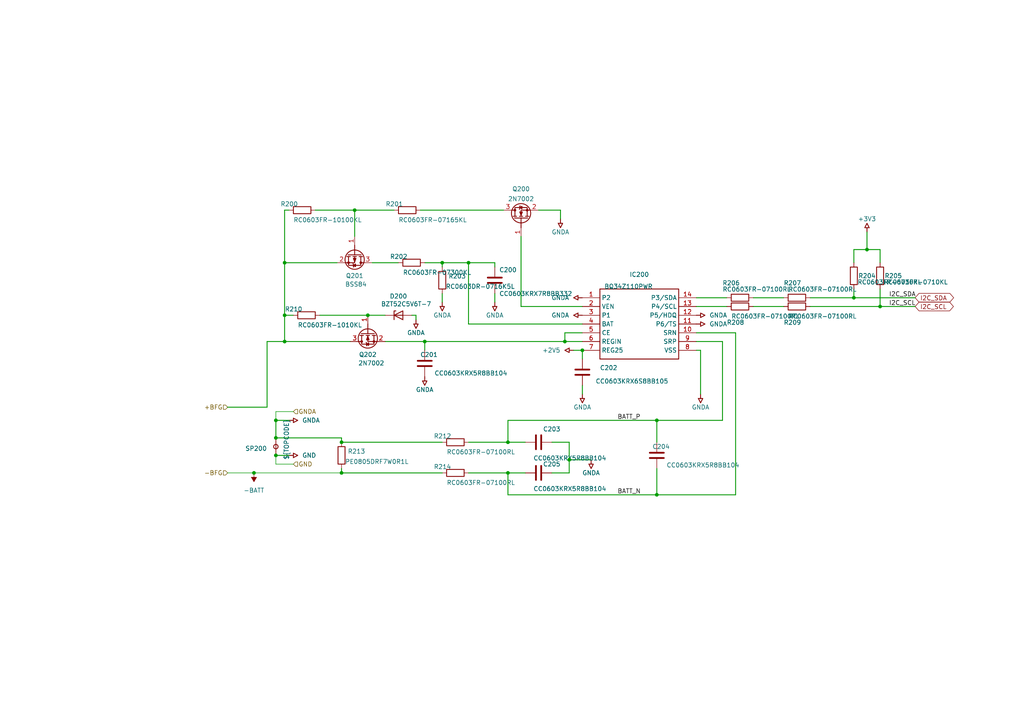
<source format=kicad_sch>
(kicad_sch (version 20211123) (generator eeschema)

  (uuid 7992e7fa-d78e-4b15-9a5d-6ec09843cf51)

  (paper "A4")

  (lib_symbols
    (symbol "main_board-altium-import:+2V5" (power) (in_bom yes) (on_board yes)
      (property "Reference" "#PWR" (id 0) (at 0 0 0)
        (effects (font (size 1.27 1.27)))
      )
      (property "Value" "+2V5" (id 1) (at 0 3.81 0)
        (effects (font (size 1.27 1.27)))
      )
      (property "Footprint" "" (id 2) (at 0 0 0)
        (effects (font (size 1.27 1.27)) hide)
      )
      (property "Datasheet" "" (id 3) (at 0 0 0)
        (effects (font (size 1.27 1.27)) hide)
      )
      (property "ki_keywords" "power-flag" (id 4) (at 0 0 0)
        (effects (font (size 1.27 1.27)) hide)
      )
      (property "ki_description" "Power symbol creates a global label with name '+2V5'" (id 5) (at 0 0 0)
        (effects (font (size 1.27 1.27)) hide)
      )
      (symbol "+2V5_0_0"
        (polyline
          (pts
            (xy 0 0)
            (xy 0 -1.27)
          )
          (stroke (width 0.254) (type default) (color 0 0 0 0))
          (fill (type none))
        )
        (polyline
          (pts
            (xy -0.635 -1.27)
            (xy 0.635 -1.27)
            (xy 0 -2.54)
            (xy -0.635 -1.27)
          )
          (stroke (width 0.254) (type default) (color 0 0 0 0))
          (fill (type none))
        )
        (pin power_in line (at 0 0 0) (length 0) hide
          (name "+2V5" (effects (font (size 1.27 1.27))))
          (number "" (effects (font (size 1.27 1.27))))
        )
      )
    )
    (symbol "main_board-altium-import:+3V3" (power) (in_bom yes) (on_board yes)
      (property "Reference" "#PWR" (id 0) (at 0 0 0)
        (effects (font (size 1.27 1.27)))
      )
      (property "Value" "+3V3" (id 1) (at 0 3.81 0)
        (effects (font (size 1.27 1.27)))
      )
      (property "Footprint" "" (id 2) (at 0 0 0)
        (effects (font (size 1.27 1.27)) hide)
      )
      (property "Datasheet" "" (id 3) (at 0 0 0)
        (effects (font (size 1.27 1.27)) hide)
      )
      (property "ki_keywords" "power-flag" (id 4) (at 0 0 0)
        (effects (font (size 1.27 1.27)) hide)
      )
      (property "ki_description" "Power symbol creates a global label with name '+3V3'" (id 5) (at 0 0 0)
        (effects (font (size 1.27 1.27)) hide)
      )
      (symbol "+3V3_0_0"
        (polyline
          (pts
            (xy 0 0)
            (xy 0 -1.27)
          )
          (stroke (width 0.254) (type default) (color 0 0 0 0))
          (fill (type none))
        )
        (polyline
          (pts
            (xy -0.635 -1.27)
            (xy 0.635 -1.27)
            (xy 0 -2.54)
            (xy -0.635 -1.27)
          )
          (stroke (width 0.254) (type default) (color 0 0 0 0))
          (fill (type none))
        )
        (pin power_in line (at 0 0 0) (length 0) hide
          (name "+3V3" (effects (font (size 1.27 1.27))))
          (number "" (effects (font (size 1.27 1.27))))
        )
      )
    )
    (symbol "main_board-altium-import:0_BQ34Z110PWR" (in_bom yes) (on_board yes)
      (property "Reference" "" (id 0) (at 0 0 0)
        (effects (font (size 1.27 1.27)))
      )
      (property "Value" "0_BQ34Z110PWR" (id 1) (at 0 0 0)
        (effects (font (size 1.27 1.27)))
      )
      (property "Footprint" "" (id 2) (at 0 0 0)
        (effects (font (size 1.27 1.27)) hide)
      )
      (property "Datasheet" "" (id 3) (at 0 0 0)
        (effects (font (size 1.27 1.27)) hide)
      )
      (property "ki_fp_filters" "SOP65P640X120-14N" (id 4) (at 0 0 0)
        (effects (font (size 1.27 1.27)) hide)
      )
      (symbol "0_BQ34Z110PWR_1_0"
        (polyline
          (pts
            (xy 5.08 2.54)
            (xy 27.94 2.54)
            (xy 27.94 -17.78)
            (xy 5.08 -17.78)
            (xy 5.08 2.54)
          )
          (stroke (width 0.254) (type default) (color 0 0 0 0))
          (fill (type none))
        )
        (pin passive line (at 0 0 0) (length 5.08)
          (name "P2" (effects (font (size 1.27 1.27))))
          (number "1" (effects (font (size 1.27 1.27))))
        )
        (pin passive line (at 33.02 -10.16 180) (length 5.08)
          (name "SRN" (effects (font (size 1.27 1.27))))
          (number "10" (effects (font (size 1.27 1.27))))
        )
        (pin passive line (at 33.02 -7.62 180) (length 5.08)
          (name "P6/TS" (effects (font (size 1.27 1.27))))
          (number "11" (effects (font (size 1.27 1.27))))
        )
        (pin passive line (at 33.02 -5.08 180) (length 5.08)
          (name "P5/HDQ" (effects (font (size 1.27 1.27))))
          (number "12" (effects (font (size 1.27 1.27))))
        )
        (pin passive line (at 33.02 -2.54 180) (length 5.08)
          (name "P4/SCL" (effects (font (size 1.27 1.27))))
          (number "13" (effects (font (size 1.27 1.27))))
        )
        (pin passive line (at 33.02 0 180) (length 5.08)
          (name "P3/SDA" (effects (font (size 1.27 1.27))))
          (number "14" (effects (font (size 1.27 1.27))))
        )
        (pin passive line (at 0 -2.54 0) (length 5.08)
          (name "VEN" (effects (font (size 1.27 1.27))))
          (number "2" (effects (font (size 1.27 1.27))))
        )
        (pin passive line (at 0 -5.08 0) (length 5.08)
          (name "P1" (effects (font (size 1.27 1.27))))
          (number "3" (effects (font (size 1.27 1.27))))
        )
        (pin passive line (at 0 -7.62 0) (length 5.08)
          (name "BAT" (effects (font (size 1.27 1.27))))
          (number "4" (effects (font (size 1.27 1.27))))
        )
        (pin passive line (at 0 -10.16 0) (length 5.08)
          (name "CE" (effects (font (size 1.27 1.27))))
          (number "5" (effects (font (size 1.27 1.27))))
        )
        (pin passive line (at 0 -12.7 0) (length 5.08)
          (name "REGIN" (effects (font (size 1.27 1.27))))
          (number "6" (effects (font (size 1.27 1.27))))
        )
        (pin passive line (at 0 -15.24 0) (length 5.08)
          (name "REG25" (effects (font (size 1.27 1.27))))
          (number "7" (effects (font (size 1.27 1.27))))
        )
        (pin passive line (at 33.02 -15.24 180) (length 5.08)
          (name "VSS" (effects (font (size 1.27 1.27))))
          (number "8" (effects (font (size 1.27 1.27))))
        )
        (pin passive line (at 33.02 -12.7 180) (length 5.08)
          (name "SRP" (effects (font (size 1.27 1.27))))
          (number "9" (effects (font (size 1.27 1.27))))
        )
      )
    )
    (symbol "main_board-altium-import:0_C" (in_bom yes) (on_board yes)
      (property "Reference" "" (id 0) (at 0 0 0)
        (effects (font (size 1.27 1.27)))
      )
      (property "Value" "0_C" (id 1) (at 0 0 0)
        (effects (font (size 1.27 1.27)))
      )
      (property "Footprint" "" (id 2) (at 0 0 0)
        (effects (font (size 1.27 1.27)) hide)
      )
      (property "Datasheet" "" (id 3) (at 0 0 0)
        (effects (font (size 1.27 1.27)) hide)
      )
      (property "ki_fp_filters" "CAPC1608X80N" (id 4) (at 0 0 0)
        (effects (font (size 1.27 1.27)) hide)
      )
      (symbol "0_C_1_0"
        (polyline
          (pts
            (xy -2.032 -0.762)
            (xy 2.032 -0.762)
          )
          (stroke (width 0.508) (type default) (color 0 0 0 0))
          (fill (type none))
        )
        (polyline
          (pts
            (xy -2.032 0.762)
            (xy 2.032 0.762)
          )
          (stroke (width 0.508) (type default) (color 0 0 0 0))
          (fill (type none))
        )
        (pin passive line (at 0 3.81 270) (length 2.794)
          (name "1" (effects (font (size 0 0))))
          (number "1" (effects (font (size 0 0))))
        )
        (pin passive line (at 0 -3.81 90) (length 2.794)
          (name "2" (effects (font (size 0 0))))
          (number "2" (effects (font (size 0 0))))
        )
      )
    )
    (symbol "main_board-altium-import:0_D_Zener" (in_bom yes) (on_board yes)
      (property "Reference" "" (id 0) (at 0 0 0)
        (effects (font (size 1.27 1.27)))
      )
      (property "Value" "0_D_Zener" (id 1) (at 0 0 0)
        (effects (font (size 1.27 1.27)))
      )
      (property "Footprint" "" (id 2) (at 0 0 0)
        (effects (font (size 1.27 1.27)) hide)
      )
      (property "Datasheet" "" (id 3) (at 0 0 0)
        (effects (font (size 1.27 1.27)) hide)
      )
      (property "ki_fp_filters" "SOD523" (id 4) (at 0 0 0)
        (effects (font (size 1.27 1.27)) hide)
      )
      (symbol "0_D_Zener_1_0"
        (polyline
          (pts
            (xy 1.27 0)
            (xy -1.27 0)
          )
          (stroke (width 0.254) (type default) (color 0 0 0 0))
          (fill (type none))
        )
        (polyline
          (pts
            (xy -1.27 -1.27)
            (xy -1.27 1.27)
            (xy -0.762 1.27)
          )
          (stroke (width 0.254) (type default) (color 0 0 0 0))
          (fill (type none))
        )
        (polyline
          (pts
            (xy 1.27 -1.27)
            (xy 1.27 1.27)
            (xy -1.27 0)
            (xy 1.27 -1.27)
          )
          (stroke (width 0.254) (type default) (color 0 0 0 0))
          (fill (type none))
        )
        (pin passive line (at 3.81 0 180) (length 2.54)
          (name "A" (effects (font (size 0 0))))
          (number "A" (effects (font (size 0 0))))
        )
        (pin passive line (at -3.81 0 0) (length 2.54)
          (name "K" (effects (font (size 0 0))))
          (number "K" (effects (font (size 0 0))))
        )
      )
    )
    (symbol "main_board-altium-import:0_R" (in_bom yes) (on_board yes)
      (property "Reference" "" (id 0) (at 0 0 0)
        (effects (font (size 1.27 1.27)))
      )
      (property "Value" "0_R" (id 1) (at 0 0 0)
        (effects (font (size 1.27 1.27)))
      )
      (property "Footprint" "" (id 2) (at 0 0 0)
        (effects (font (size 1.27 1.27)) hide)
      )
      (property "Datasheet" "" (id 3) (at 0 0 0)
        (effects (font (size 1.27 1.27)) hide)
      )
      (property "ki_fp_filters" "RESC1608X50N" (id 4) (at 0 0 0)
        (effects (font (size 1.27 1.27)) hide)
      )
      (symbol "0_R_1_0"
        (rectangle (start 1.016 2.54) (end -1.016 -2.54)
          (stroke (width 0.254) (type default) (color 0 0 0 0))
          (fill (type none))
        )
        (pin passive line (at 0 3.81 270) (length 1.27)
          (name "1" (effects (font (size 0 0))))
          (number "1" (effects (font (size 0 0))))
        )
        (pin passive line (at 0 -3.81 90) (length 1.27)
          (name "2" (effects (font (size 0 0))))
          (number "2" (effects (font (size 0 0))))
        )
      )
    )
    (symbol "main_board-altium-import:1_2N7002" (in_bom yes) (on_board yes)
      (property "Reference" "" (id 0) (at 0 0 0)
        (effects (font (size 1.27 1.27)))
      )
      (property "Value" "1_2N7002" (id 1) (at 0 0 0)
        (effects (font (size 1.27 1.27)))
      )
      (property "Footprint" "" (id 2) (at 0 0 0)
        (effects (font (size 1.27 1.27)) hide)
      )
      (property "Datasheet" "" (id 3) (at 0 0 0)
        (effects (font (size 1.27 1.27)) hide)
      )
      (property "ki_fp_filters" "SOT95P240X130_123-3N" (id 4) (at 0 0 0)
        (effects (font (size 1.27 1.27)) hide)
      )
      (symbol "1_2N7002_1_0"
        (circle (center -1.778 2.54) (radius 0.254)
          (stroke (width 0.254) (type default) (color 0 0 0 0))
          (fill (type none))
        )
        (polyline
          (pts
            (xy -2.54 2.54)
            (xy -1.778 2.54)
          )
          (stroke (width 0.254) (type default) (color 0 0 0 0))
          (fill (type none))
        )
        (polyline
          (pts
            (xy -2.286 0.762)
            (xy -1.27 0.762)
          )
          (stroke (width 0.254) (type default) (color 0 0 0 0))
          (fill (type none))
        )
        (polyline
          (pts
            (xy -1.905 0.254)
            (xy 1.905 0.254)
          )
          (stroke (width 0.254) (type default) (color 0 0 0 0))
          (fill (type none))
        )
        (polyline
          (pts
            (xy -0.508 0.762)
            (xy 0.508 0.762)
          )
          (stroke (width 0.254) (type default) (color 0 0 0 0))
          (fill (type none))
        )
        (polyline
          (pts
            (xy 0 0.254)
            (xy 0 -2.54)
          )
          (stroke (width 0.254) (type default) (color 0 0 0 0))
          (fill (type none))
        )
        (polyline
          (pts
            (xy 1.27 0.762)
            (xy 2.286 0.762)
          )
          (stroke (width 0.254) (type default) (color 0 0 0 0))
          (fill (type none))
        )
        (polyline
          (pts
            (xy 2.54 2.54)
            (xy 0 2.54)
            (xy 0 0.762)
          )
          (stroke (width 0.254) (type default) (color 0 0 0 0))
          (fill (type none))
        )
        (polyline
          (pts
            (xy -0.508 2.794)
            (xy -0.381 2.921)
            (xy -0.381 3.683)
            (xy -0.254 3.81)
          )
          (stroke (width 0.254) (type default) (color 0 0 0 0))
          (fill (type none))
        )
        (polyline
          (pts
            (xy -0.381 3.302)
            (xy 0.254 2.921)
            (xy 0.254 3.683)
            (xy -0.381 3.302)
          )
          (stroke (width 0.254) (type default) (color 0 0 0 0))
          (fill (type none))
        )
        (polyline
          (pts
            (xy 1.778 0.762)
            (xy 1.778 3.302)
            (xy -1.778 3.302)
            (xy -1.778 0.762)
          )
          (stroke (width 0.254) (type default) (color 0 0 0 0))
          (fill (type none))
        )
        (polyline
          (pts
            (xy 0 1.016)
            (xy -0.381 2.032)
            (xy 0.381 2.032)
            (xy 0 1.016)
            (xy 0 1.016)
          )
          (stroke (width 0.254) (type default) (color 0 0 0 0))
          (fill (type outline))
        )
        (circle (center 0 1.651) (radius 2.794)
          (stroke (width 0.254) (type default) (color 0 0 0 0))
          (fill (type none))
        )
        (circle (center 1.778 2.54) (radius 0.254)
          (stroke (width 0.254) (type default) (color 0 0 0 0))
          (fill (type none))
        )
        (pin passive line (at 0 -5.08 90) (length 2.54)
          (name "G" (effects (font (size 0 0))))
          (number "1" (effects (font (size 1.27 1.27))))
        )
        (pin passive line (at 5.08 2.54 180) (length 2.54)
          (name "S" (effects (font (size 0 0))))
          (number "2" (effects (font (size 1.27 1.27))))
        )
        (pin passive line (at -5.08 2.54 0) (length 2.54)
          (name "D" (effects (font (size 0 0))))
          (number "3" (effects (font (size 1.27 1.27))))
        )
      )
    )
    (symbol "main_board-altium-import:1_R" (in_bom yes) (on_board yes)
      (property "Reference" "" (id 0) (at 0 0 0)
        (effects (font (size 1.27 1.27)))
      )
      (property "Value" "1_R" (id 1) (at 0 0 0)
        (effects (font (size 1.27 1.27)))
      )
      (property "Footprint" "" (id 2) (at 0 0 0)
        (effects (font (size 1.27 1.27)) hide)
      )
      (property "Datasheet" "" (id 3) (at 0 0 0)
        (effects (font (size 1.27 1.27)) hide)
      )
      (property "ki_fp_filters" "RESC1608X50N" (id 4) (at 0 0 0)
        (effects (font (size 1.27 1.27)) hide)
      )
      (symbol "1_R_1_0"
        (rectangle (start 2.54 1.016) (end -2.54 -1.016)
          (stroke (width 0.254) (type default) (color 0 0 0 0))
          (fill (type none))
        )
        (pin passive line (at -3.81 0 0) (length 1.27)
          (name "1" (effects (font (size 0 0))))
          (number "1" (effects (font (size 0 0))))
        )
        (pin passive line (at 3.81 0 180) (length 1.27)
          (name "2" (effects (font (size 0 0))))
          (number "2" (effects (font (size 0 0))))
        )
      )
    )
    (symbol "main_board-altium-import:1_STARPOINT_2P" (in_bom yes) (on_board yes)
      (property "Reference" "" (id 0) (at 0 0 0)
        (effects (font (size 1.27 1.27)))
      )
      (property "Value" "1_STARPOINT_2P" (id 1) (at 0 0 0)
        (effects (font (size 1.27 1.27)))
      )
      (property "Footprint" "" (id 2) (at 0 0 0)
        (effects (font (size 1.27 1.27)) hide)
      )
      (property "Datasheet" "" (id 3) (at 0 0 0)
        (effects (font (size 1.27 1.27)) hide)
      )
      (property "ki_description" "STARPOINT 2 PIN" (id 4) (at 0 0 0)
        (effects (font (size 1.27 1.27)) hide)
      )
      (property "ki_fp_filters" "STAR_TH_2P" (id 5) (at 0 0 0)
        (effects (font (size 1.27 1.27)) hide)
      )
      (symbol "1_STARPOINT_2P_1_0"
        (circle (center 0 2.54) (radius 0.635)
          (stroke (width 0.254) (type default) (color 0 0 0 0))
          (fill (type none))
        )
        (pin passive line (at 0 0 90) (length 2.54)
          (name "1" (effects (font (size 0 0))))
          (number "1" (effects (font (size 0 0))))
        )
        (pin passive line (at 0 5.08 270) (length 2.54)
          (name "2" (effects (font (size 0 0))))
          (number "2" (effects (font (size 0 0))))
        )
      )
    )
    (symbol "main_board-altium-import:2_C" (in_bom yes) (on_board yes)
      (property "Reference" "" (id 0) (at 0 0 0)
        (effects (font (size 1.27 1.27)))
      )
      (property "Value" "2_C" (id 1) (at 0 0 0)
        (effects (font (size 1.27 1.27)))
      )
      (property "Footprint" "" (id 2) (at 0 0 0)
        (effects (font (size 1.27 1.27)) hide)
      )
      (property "Datasheet" "" (id 3) (at 0 0 0)
        (effects (font (size 1.27 1.27)) hide)
      )
      (property "ki_fp_filters" "CAPC1608X80N" (id 4) (at 0 0 0)
        (effects (font (size 1.27 1.27)) hide)
      )
      (symbol "2_C_1_0"
        (polyline
          (pts
            (xy 2.032 -0.762)
            (xy -2.032 -0.762)
          )
          (stroke (width 0.508) (type default) (color 0 0 0 0))
          (fill (type none))
        )
        (polyline
          (pts
            (xy 2.032 0.762)
            (xy -2.032 0.762)
          )
          (stroke (width 0.508) (type default) (color 0 0 0 0))
          (fill (type none))
        )
        (pin passive line (at 0 -3.81 90) (length 2.794)
          (name "1" (effects (font (size 0 0))))
          (number "1" (effects (font (size 0 0))))
        )
        (pin passive line (at 0 3.81 270) (length 2.794)
          (name "2" (effects (font (size 0 0))))
          (number "2" (effects (font (size 0 0))))
        )
      )
    )
    (symbol "main_board-altium-import:3_BSS84" (in_bom yes) (on_board yes)
      (property "Reference" "" (id 0) (at 0 0 0)
        (effects (font (size 1.27 1.27)))
      )
      (property "Value" "3_BSS84" (id 1) (at 0 0 0)
        (effects (font (size 1.27 1.27)))
      )
      (property "Footprint" "" (id 2) (at 0 0 0)
        (effects (font (size 1.27 1.27)) hide)
      )
      (property "Datasheet" "" (id 3) (at 0 0 0)
        (effects (font (size 1.27 1.27)) hide)
      )
      (property "ki_fp_filters" "SOT95P240X130_123-3N" (id 4) (at 0 0 0)
        (effects (font (size 1.27 1.27)) hide)
      )
      (symbol "3_BSS84_1_0"
        (circle (center -1.778 -2.54) (radius 0.254)
          (stroke (width 0.254) (type default) (color 0 0 0 0))
          (fill (type none))
        )
        (circle (center 0 -1.651) (radius 2.794)
          (stroke (width 0.254) (type default) (color 0 0 0 0))
          (fill (type none))
        )
        (polyline
          (pts
            (xy -1.27 -0.762)
            (xy -2.286 -0.762)
          )
          (stroke (width 0.254) (type default) (color 0 0 0 0))
          (fill (type none))
        )
        (polyline
          (pts
            (xy 0 -0.254)
            (xy 0 2.54)
          )
          (stroke (width 0.254) (type default) (color 0 0 0 0))
          (fill (type none))
        )
        (polyline
          (pts
            (xy 0.508 -0.762)
            (xy -0.508 -0.762)
          )
          (stroke (width 0.254) (type default) (color 0 0 0 0))
          (fill (type none))
        )
        (polyline
          (pts
            (xy 1.905 -0.254)
            (xy -1.905 -0.254)
          )
          (stroke (width 0.254) (type default) (color 0 0 0 0))
          (fill (type none))
        )
        (polyline
          (pts
            (xy 2.286 -0.762)
            (xy 1.27 -0.762)
          )
          (stroke (width 0.254) (type default) (color 0 0 0 0))
          (fill (type none))
        )
        (polyline
          (pts
            (xy 2.54 -2.54)
            (xy 1.778 -2.54)
          )
          (stroke (width 0.254) (type default) (color 0 0 0 0))
          (fill (type none))
        )
        (polyline
          (pts
            (xy -2.54 -2.54)
            (xy 0 -2.54)
            (xy 0 -0.762)
          )
          (stroke (width 0.254) (type default) (color 0 0 0 0))
          (fill (type none))
        )
        (polyline
          (pts
            (xy -0.508 -2.794)
            (xy -0.381 -2.921)
            (xy -0.381 -3.683)
            (xy -0.254 -3.81)
          )
          (stroke (width 0.254) (type default) (color 0 0 0 0))
          (fill (type none))
        )
        (polyline
          (pts
            (xy -0.381 -3.302)
            (xy 0.254 -2.921)
            (xy 0.254 -3.683)
            (xy -0.381 -3.302)
          )
          (stroke (width 0.254) (type default) (color 0 0 0 0))
          (fill (type none))
        )
        (polyline
          (pts
            (xy 1.778 -0.762)
            (xy 1.778 -3.302)
            (xy -1.778 -3.302)
            (xy -1.778 -0.762)
          )
          (stroke (width 0.254) (type default) (color 0 0 0 0))
          (fill (type none))
        )
        (polyline
          (pts
            (xy 0 -2.286)
            (xy 0.381 -1.27)
            (xy -0.381 -1.27)
            (xy 0 -2.286)
            (xy 0 -2.286)
          )
          (stroke (width 0.254) (type default) (color 0 0 0 0))
          (fill (type outline))
        )
        (circle (center 1.778 -2.54) (radius 0.254)
          (stroke (width 0.254) (type default) (color 0 0 0 0))
          (fill (type none))
        )
        (pin passive line (at 0 5.08 270) (length 2.54)
          (name "G" (effects (font (size 0 0))))
          (number "1" (effects (font (size 1.27 1.27))))
        )
        (pin passive line (at -5.08 -2.54 0) (length 2.54)
          (name "S" (effects (font (size 0 0))))
          (number "2" (effects (font (size 1.27 1.27))))
        )
        (pin passive line (at 5.08 -2.54 180) (length 2.54)
          (name "D" (effects (font (size 0 0))))
          (number "3" (effects (font (size 1.27 1.27))))
        )
      )
    )
    (symbol "main_board-altium-import:3_C" (in_bom yes) (on_board yes)
      (property "Reference" "" (id 0) (at 0 0 0)
        (effects (font (size 1.27 1.27)))
      )
      (property "Value" "3_C" (id 1) (at 0 0 0)
        (effects (font (size 1.27 1.27)))
      )
      (property "Footprint" "" (id 2) (at 0 0 0)
        (effects (font (size 1.27 1.27)) hide)
      )
      (property "Datasheet" "" (id 3) (at 0 0 0)
        (effects (font (size 1.27 1.27)) hide)
      )
      (property "ki_fp_filters" "CAPC1608X80N" (id 4) (at 0 0 0)
        (effects (font (size 1.27 1.27)) hide)
      )
      (symbol "3_C_1_0"
        (polyline
          (pts
            (xy -0.762 2.032)
            (xy -0.762 -2.032)
          )
          (stroke (width 0.508) (type default) (color 0 0 0 0))
          (fill (type none))
        )
        (polyline
          (pts
            (xy 0.762 2.032)
            (xy 0.762 -2.032)
          )
          (stroke (width 0.508) (type default) (color 0 0 0 0))
          (fill (type none))
        )
        (pin passive line (at 3.81 0 180) (length 2.794)
          (name "1" (effects (font (size 0 0))))
          (number "1" (effects (font (size 0 0))))
        )
        (pin passive line (at -3.81 0 0) (length 2.794)
          (name "2" (effects (font (size 0 0))))
          (number "2" (effects (font (size 0 0))))
        )
      )
    )
    (symbol "main_board-altium-import:3_mirrored_2N7002" (in_bom yes) (on_board yes)
      (property "Reference" "" (id 0) (at 0 0 0)
        (effects (font (size 1.27 1.27)))
      )
      (property "Value" "3_mirrored_2N7002" (id 1) (at 0 0 0)
        (effects (font (size 1.27 1.27)))
      )
      (property "Footprint" "" (id 2) (at 0 0 0)
        (effects (font (size 1.27 1.27)) hide)
      )
      (property "Datasheet" "" (id 3) (at 0 0 0)
        (effects (font (size 1.27 1.27)) hide)
      )
      (property "ki_fp_filters" "SOT95P240X130_123-3N" (id 4) (at 0 0 0)
        (effects (font (size 1.27 1.27)) hide)
      )
      (symbol "3_mirrored_2N7002_1_0"
        (circle (center -1.778 -2.54) (radius 0.254)
          (stroke (width 0.254) (type default) (color 0 0 0 0))
          (fill (type none))
        )
        (circle (center 0 -1.651) (radius 2.794)
          (stroke (width 0.254) (type default) (color 0 0 0 0))
          (fill (type none))
        )
        (polyline
          (pts
            (xy -2.54 -2.54)
            (xy -1.778 -2.54)
          )
          (stroke (width 0.254) (type default) (color 0 0 0 0))
          (fill (type none))
        )
        (polyline
          (pts
            (xy -2.286 -0.762)
            (xy -1.27 -0.762)
          )
          (stroke (width 0.254) (type default) (color 0 0 0 0))
          (fill (type none))
        )
        (polyline
          (pts
            (xy -1.905 -0.254)
            (xy 1.905 -0.254)
          )
          (stroke (width 0.254) (type default) (color 0 0 0 0))
          (fill (type none))
        )
        (polyline
          (pts
            (xy -0.508 -0.762)
            (xy 0.508 -0.762)
          )
          (stroke (width 0.254) (type default) (color 0 0 0 0))
          (fill (type none))
        )
        (polyline
          (pts
            (xy 0 -0.254)
            (xy 0 2.54)
          )
          (stroke (width 0.254) (type default) (color 0 0 0 0))
          (fill (type none))
        )
        (polyline
          (pts
            (xy 1.27 -0.762)
            (xy 2.286 -0.762)
          )
          (stroke (width 0.254) (type default) (color 0 0 0 0))
          (fill (type none))
        )
        (polyline
          (pts
            (xy 2.54 -2.54)
            (xy 0 -2.54)
            (xy 0 -0.762)
          )
          (stroke (width 0.254) (type default) (color 0 0 0 0))
          (fill (type none))
        )
        (polyline
          (pts
            (xy -0.508 -2.794)
            (xy -0.381 -2.921)
            (xy -0.381 -3.683)
            (xy -0.254 -3.81)
          )
          (stroke (width 0.254) (type default) (color 0 0 0 0))
          (fill (type none))
        )
        (polyline
          (pts
            (xy -0.381 -3.302)
            (xy 0.254 -2.921)
            (xy 0.254 -3.683)
            (xy -0.381 -3.302)
          )
          (stroke (width 0.254) (type default) (color 0 0 0 0))
          (fill (type none))
        )
        (polyline
          (pts
            (xy 1.778 -0.762)
            (xy 1.778 -3.302)
            (xy -1.778 -3.302)
            (xy -1.778 -0.762)
          )
          (stroke (width 0.254) (type default) (color 0 0 0 0))
          (fill (type none))
        )
        (polyline
          (pts
            (xy 0 -1.016)
            (xy -0.381 -2.032)
            (xy 0.381 -2.032)
            (xy 0 -1.016)
            (xy 0 -1.016)
          )
          (stroke (width 0.254) (type default) (color 0 0 0 0))
          (fill (type outline))
        )
        (circle (center 1.778 -2.54) (radius 0.254)
          (stroke (width 0.254) (type default) (color 0 0 0 0))
          (fill (type none))
        )
        (pin passive line (at 0 5.08 270) (length 2.54)
          (name "G" (effects (font (size 0 0))))
          (number "1" (effects (font (size 1.27 1.27))))
        )
        (pin passive line (at 5.08 -2.54 180) (length 2.54)
          (name "S" (effects (font (size 0 0))))
          (number "2" (effects (font (size 1.27 1.27))))
        )
        (pin passive line (at -5.08 -2.54 0) (length 2.54)
          (name "D" (effects (font (size 0 0))))
          (number "3" (effects (font (size 1.27 1.27))))
        )
      )
    )
    (symbol "main_board-altium-import:GND" (power) (in_bom yes) (on_board yes)
      (property "Reference" "#PWR" (id 0) (at 0 0 0)
        (effects (font (size 1.27 1.27)))
      )
      (property "Value" "GND" (id 1) (at 0 3.81 0)
        (effects (font (size 1.27 1.27)))
      )
      (property "Footprint" "" (id 2) (at 0 0 0)
        (effects (font (size 1.27 1.27)) hide)
      )
      (property "Datasheet" "" (id 3) (at 0 0 0)
        (effects (font (size 1.27 1.27)) hide)
      )
      (property "ki_keywords" "power-flag" (id 4) (at 0 0 0)
        (effects (font (size 1.27 1.27)) hide)
      )
      (property "ki_description" "Power symbol creates a global label with name 'GND'" (id 5) (at 0 0 0)
        (effects (font (size 1.27 1.27)) hide)
      )
      (symbol "GND_0_0"
        (polyline
          (pts
            (xy 0 0)
            (xy 0 -1.27)
          )
          (stroke (width 0.254) (type default) (color 0 0 0 0))
          (fill (type none))
        )
        (polyline
          (pts
            (xy -0.635 -1.27)
            (xy 0.635 -1.27)
            (xy 0 -2.54)
            (xy -0.635 -1.27)
          )
          (stroke (width 0.254) (type default) (color 0 0 0 0))
          (fill (type none))
        )
        (pin power_in line (at 0 0 0) (length 0) hide
          (name "GND" (effects (font (size 1.27 1.27))))
          (number "" (effects (font (size 1.27 1.27))))
        )
      )
    )
    (symbol "main_board-altium-import:GNDA" (power) (in_bom yes) (on_board yes)
      (property "Reference" "#PWR" (id 0) (at 0 0 0)
        (effects (font (size 1.27 1.27)))
      )
      (property "Value" "GNDA" (id 1) (at 0 3.81 0)
        (effects (font (size 1.27 1.27)))
      )
      (property "Footprint" "" (id 2) (at 0 0 0)
        (effects (font (size 1.27 1.27)) hide)
      )
      (property "Datasheet" "" (id 3) (at 0 0 0)
        (effects (font (size 1.27 1.27)) hide)
      )
      (property "ki_keywords" "power-flag" (id 4) (at 0 0 0)
        (effects (font (size 1.27 1.27)) hide)
      )
      (property "ki_description" "Power symbol creates a global label with name 'GNDA'" (id 5) (at 0 0 0)
        (effects (font (size 1.27 1.27)) hide)
      )
      (symbol "GNDA_0_0"
        (polyline
          (pts
            (xy 0 0)
            (xy 0 -1.27)
          )
          (stroke (width 0.254) (type default) (color 0 0 0 0))
          (fill (type none))
        )
        (polyline
          (pts
            (xy -0.635 -1.27)
            (xy 0.635 -1.27)
            (xy 0 -2.54)
            (xy -0.635 -1.27)
          )
          (stroke (width 0.254) (type default) (color 0 0 0 0))
          (fill (type none))
        )
        (pin power_in line (at 0 0 0) (length 0) hide
          (name "GNDA" (effects (font (size 1.27 1.27))))
          (number "" (effects (font (size 1.27 1.27))))
        )
      )
    )
    (symbol "power:-BATT" (power) (pin_names (offset 0)) (in_bom yes) (on_board yes)
      (property "Reference" "#PWR" (id 0) (at 0 -3.81 0)
        (effects (font (size 1.27 1.27)) hide)
      )
      (property "Value" "-BATT" (id 1) (at 0 3.556 0)
        (effects (font (size 1.27 1.27)))
      )
      (property "Footprint" "" (id 2) (at 0 0 0)
        (effects (font (size 1.27 1.27)) hide)
      )
      (property "Datasheet" "" (id 3) (at 0 0 0)
        (effects (font (size 1.27 1.27)) hide)
      )
      (property "ki_keywords" "power-flag battery" (id 4) (at 0 0 0)
        (effects (font (size 1.27 1.27)) hide)
      )
      (property "ki_description" "Power symbol creates a global label with name \"-BATT\"" (id 5) (at 0 0 0)
        (effects (font (size 1.27 1.27)) hide)
      )
      (symbol "-BATT_0_1"
        (polyline
          (pts
            (xy 0 0)
            (xy 0 2.54)
          )
          (stroke (width 0) (type default) (color 0 0 0 0))
          (fill (type none))
        )
        (polyline
          (pts
            (xy 0.762 1.27)
            (xy -0.762 1.27)
            (xy 0 2.54)
            (xy 0.762 1.27)
          )
          (stroke (width 0) (type default) (color 0 0 0 0))
          (fill (type outline))
        )
      )
      (symbol "-BATT_1_1"
        (pin power_in line (at 0 0 90) (length 0) hide
          (name "-BATT" (effects (font (size 1.27 1.27))))
          (number "1" (effects (font (size 1.27 1.27))))
        )
      )
    )
  )

  (junction (at 135.89 76.2) (diameter 0) (color 0 0 0 0)
    (uuid 1bc22e41-50b0-4676-86e9-a264ed264ea5)
  )
  (junction (at 128.27 76.2) (diameter 0) (color 0 0 0 0)
    (uuid 221716b4-71b4-492e-a69e-458b8376bbcc)
  )
  (junction (at 190.5 143.51) (diameter 0) (color 0 0 0 0)
    (uuid 278c08c8-62b2-42d5-ba30-8cbcfc259807)
  )
  (junction (at 99.06 128.27) (diameter 0) (color 0 0 0 0)
    (uuid 2e687927-3955-4336-8c63-93be156bb630)
  )
  (junction (at 82.55 99.06) (diameter 0) (color 0 0 0 0)
    (uuid 3739076a-baeb-4668-95d4-28b7b5f3ab71)
  )
  (junction (at 255.27 88.9) (diameter 0) (color 0 0 0 0)
    (uuid 3900a3b0-431b-4976-9497-7ceb8bad1232)
  )
  (junction (at 82.55 91.44) (diameter 0) (color 0 0 0 0)
    (uuid 39bba2de-58c8-476c-98e2-bfd08f6032b9)
  )
  (junction (at 147.32 137.16) (diameter 0) (color 0 0 0 0)
    (uuid 495b9f3e-72d4-4443-8d1b-2b95612acb36)
  )
  (junction (at 165.1 133.35) (diameter 0) (color 0 0 0 0)
    (uuid 4c0cd657-4a0d-4409-9555-bb1ce90e34ed)
  )
  (junction (at 80.01 132.08) (diameter 0) (color 0 0 0 0)
    (uuid 4efee08f-54cd-4376-9dd2-055a66f66f0f)
  )
  (junction (at 190.5 121.92) (diameter 0) (color 0 0 0 0)
    (uuid 511ca6ca-1c86-41e8-b3f2-11a64d5df8db)
  )
  (junction (at 99.06 137.16) (diameter 0) (color 0 0 0 0)
    (uuid 655e9f4e-583a-4cbc-8bff-ca58f7e0d005)
  )
  (junction (at 80.01 121.92) (diameter 0) (color 0 0 0 0)
    (uuid 6b7bfb2e-83d2-457a-8178-1cb2f6e37cef)
  )
  (junction (at 80.01 127) (diameter 0) (color 0 0 0 0)
    (uuid 6cb9631d-f4f9-464d-ad18-d53fa23081fa)
  )
  (junction (at 123.19 99.06) (diameter 0) (color 0 0 0 0)
    (uuid 6dbeb271-70cf-48a4-af15-4f29601b6b93)
  )
  (junction (at 102.87 60.96) (diameter 0) (color 0 0 0 0)
    (uuid 6dcb6b48-87fc-45e5-b5d2-2e548601fab8)
  )
  (junction (at 106.68 91.44) (diameter 0) (color 0 0 0 0)
    (uuid 8d495700-c675-4080-b7a2-5c90d83d311f)
  )
  (junction (at 73.66 137.16) (diameter 0) (color 0 0 0 0)
    (uuid 956d5ac0-d792-4f7d-ae86-eb3ff9fb3b1b)
  )
  (junction (at 147.32 128.27) (diameter 0) (color 0 0 0 0)
    (uuid a498800d-c7f2-4a17-96da-2f9a8f6ad361)
  )
  (junction (at 247.65 86.36) (diameter 0) (color 0 0 0 0)
    (uuid d1d272e9-a112-40e9-8ccd-279b04adb456)
  )
  (junction (at 251.46 72.39) (diameter 0) (color 0 0 0 0)
    (uuid d2b287bc-2f46-4c35-bfa6-97b6a4a32736)
  )
  (junction (at 163.83 99.06) (diameter 0) (color 0 0 0 0)
    (uuid e8863b0a-bdcc-4c2a-b3e9-c6dcfc091d1e)
  )
  (junction (at 82.55 76.2) (diameter 0) (color 0 0 0 0)
    (uuid ebca813b-d03c-4d15-a46c-a958b096aefa)
  )
  (junction (at 168.91 101.6) (diameter 0) (color 0 0 0 0)
    (uuid f1cdea97-084c-4836-89b5-4ca1fb43c3fe)
  )

  (wire (pts (xy 120.65 91.44) (xy 120.65 92.71))
    (stroke (width 0.254) (type default) (color 0 0 0 0))
    (uuid 03ceb6fa-e744-4405-b1b0-49ed782742c2)
  )
  (wire (pts (xy 255.27 83.82) (xy 255.27 88.9))
    (stroke (width 0.254) (type default) (color 0 0 0 0))
    (uuid 09518f18-8c5c-4629-8039-76c971a8c2f1)
  )
  (wire (pts (xy 143.51 87.63) (xy 143.51 85.09))
    (stroke (width 0.254) (type default) (color 0 0 0 0))
    (uuid 113c2e5c-5d21-44b9-9699-61a03d05b219)
  )
  (wire (pts (xy 209.55 99.06) (xy 201.93 99.06))
    (stroke (width 0.254) (type default) (color 0 0 0 0))
    (uuid 12d86e6a-3017-4551-9f6b-0f686bdbb6d8)
  )
  (wire (pts (xy 128.27 85.09) (xy 128.27 87.63))
    (stroke (width 0.254) (type default) (color 0 0 0 0))
    (uuid 149c5d61-baf1-4212-9ad9-405f30b44c95)
  )
  (wire (pts (xy 82.55 76.2) (xy 82.55 60.96))
    (stroke (width 0.254) (type default) (color 0 0 0 0))
    (uuid 1a3b3ac1-1149-4af0-88a5-7f64e33c4898)
  )
  (wire (pts (xy 203.2 101.6) (xy 203.2 114.3))
    (stroke (width 0.254) (type default) (color 0 0 0 0))
    (uuid 1ee3dc48-8cba-4d55-baee-99d61bca8a95)
  )
  (wire (pts (xy 234.95 86.36) (xy 247.65 86.36))
    (stroke (width 0.254) (type default) (color 0 0 0 0))
    (uuid 24a6640c-c25f-456d-8c74-892f609dcf13)
  )
  (wire (pts (xy 251.46 72.39) (xy 251.46 67.31))
    (stroke (width 0.254) (type default) (color 0 0 0 0))
    (uuid 252ee15c-9ab5-448c-b1d6-904530764041)
  )
  (wire (pts (xy 201.93 88.9) (xy 210.82 88.9))
    (stroke (width 0.254) (type default) (color 0 0 0 0))
    (uuid 25657308-4817-4a2b-914f-6d67d6d1baac)
  )
  (wire (pts (xy 83.82 121.92) (xy 80.01 121.92))
    (stroke (width 0.254) (type default) (color 0 0 0 0))
    (uuid 2687370f-49a5-4bc5-9d99-d875739be787)
  )
  (wire (pts (xy 111.76 99.06) (xy 123.19 99.06))
    (stroke (width 0.254) (type default) (color 0 0 0 0))
    (uuid 29052f11-eb52-41b4-aa3f-c148433f61d5)
  )
  (wire (pts (xy 135.89 137.16) (xy 147.32 137.16))
    (stroke (width 0.254) (type default) (color 0 0 0 0))
    (uuid 2cb9c49e-82d7-476b-bc58-8c6fff3dddf8)
  )
  (wire (pts (xy 73.66 137.16) (xy 99.06 137.16))
    (stroke (width 0) (type default) (color 0 0 0 0))
    (uuid 2f9261a4-6d77-4f48-9946-887df68c5623)
  )
  (wire (pts (xy 99.06 135.89) (xy 99.06 137.16))
    (stroke (width 0.254) (type default) (color 0 0 0 0))
    (uuid 33f0ff87-5826-47b7-a189-ca3528f1f211)
  )
  (wire (pts (xy 165.1 137.16) (xy 165.1 133.35))
    (stroke (width 0.254) (type default) (color 0 0 0 0))
    (uuid 363b8f67-740c-4671-ae42-143e2627bd6b)
  )
  (wire (pts (xy 85.09 134.62) (xy 80.01 134.62))
    (stroke (width 0) (type default) (color 0 0 0 0))
    (uuid 37fb0776-1a5b-40d1-907d-4fbd699059b0)
  )
  (wire (pts (xy 91.44 60.96) (xy 102.87 60.96))
    (stroke (width 0.254) (type default) (color 0 0 0 0))
    (uuid 3cd62bef-586b-4354-a0d8-b45f0b86f8d4)
  )
  (wire (pts (xy 168.91 114.3) (xy 168.91 111.76))
    (stroke (width 0.254) (type default) (color 0 0 0 0))
    (uuid 3fab55da-a730-4225-adf1-b91eeeb16267)
  )
  (wire (pts (xy 123.19 101.6) (xy 123.19 99.06))
    (stroke (width 0.254) (type default) (color 0 0 0 0))
    (uuid 40346a5c-41cd-4378-9d56-9e921a1e0734)
  )
  (wire (pts (xy 99.06 127) (xy 99.06 128.27))
    (stroke (width 0.254) (type default) (color 0 0 0 0))
    (uuid 4035c6d5-0218-4683-a405-7b7b1fd841f8)
  )
  (wire (pts (xy 123.19 99.06) (xy 163.83 99.06))
    (stroke (width 0.254) (type default) (color 0 0 0 0))
    (uuid 444af21c-c3d4-4580-a6f3-31660448e88e)
  )
  (wire (pts (xy 101.6 99.06) (xy 82.55 99.06))
    (stroke (width 0.254) (type default) (color 0 0 0 0))
    (uuid 463adae5-2b8d-4805-b9f3-b2a6f8105566)
  )
  (wire (pts (xy 82.55 76.2) (xy 97.79 76.2))
    (stroke (width 0.254) (type default) (color 0 0 0 0))
    (uuid 473c668c-5f7b-4cf5-8012-906483dc5dc1)
  )
  (wire (pts (xy 190.5 143.51) (xy 213.36 143.51))
    (stroke (width 0.254) (type default) (color 0 0 0 0))
    (uuid 4a8f9efa-0cc8-49f1-a296-c0ae29b30fa4)
  )
  (wire (pts (xy 83.82 132.08) (xy 80.01 132.08))
    (stroke (width 0.254) (type default) (color 0 0 0 0))
    (uuid 4b8be3ff-4f25-49f4-9eee-d26026895d38)
  )
  (wire (pts (xy 135.89 128.27) (xy 147.32 128.27))
    (stroke (width 0.254) (type default) (color 0 0 0 0))
    (uuid 4bb5736a-d22c-47e8-a09f-02490b2d7b1d)
  )
  (wire (pts (xy 80.01 121.92) (xy 80.01 127))
    (stroke (width 0.254) (type default) (color 0 0 0 0))
    (uuid 52039751-7c90-4bad-b446-00e9c6094980)
  )
  (wire (pts (xy 147.32 137.16) (xy 152.4 137.16))
    (stroke (width 0.254) (type default) (color 0 0 0 0))
    (uuid 520b6a75-0c73-42ff-a977-3233797b07fd)
  )
  (wire (pts (xy 255.27 76.2) (xy 255.27 72.39))
    (stroke (width 0.254) (type default) (color 0 0 0 0))
    (uuid 53dd890e-5aba-493f-87ec-8a34bea86d70)
  )
  (wire (pts (xy 128.27 77.47) (xy 128.27 76.2))
    (stroke (width 0.254) (type default) (color 0 0 0 0))
    (uuid 55439d6c-cdf1-4cc6-9c90-3dbefeda32d9)
  )
  (wire (pts (xy 162.56 60.96) (xy 162.56 63.5))
    (stroke (width 0.254) (type default) (color 0 0 0 0))
    (uuid 5b182f66-b0c8-4347-9c9e-3ee95097eabe)
  )
  (wire (pts (xy 201.93 101.6) (xy 203.2 101.6))
    (stroke (width 0.254) (type default) (color 0 0 0 0))
    (uuid 626b5ec8-8450-48aa-9676-e66ed01335de)
  )
  (wire (pts (xy 147.32 143.51) (xy 190.5 143.51))
    (stroke (width 0.254) (type default) (color 0 0 0 0))
    (uuid 62a0b005-d543-412f-93b9-72a8d1c3610c)
  )
  (wire (pts (xy 119.38 91.44) (xy 120.65 91.44))
    (stroke (width 0.254) (type default) (color 0 0 0 0))
    (uuid 6360866e-61e1-4dc6-a707-8374bcb5b436)
  )
  (wire (pts (xy 77.47 118.11) (xy 77.47 99.06))
    (stroke (width 0.254) (type default) (color 0 0 0 0))
    (uuid 6cfdc61e-9238-4bf1-8adc-0aa2afd5e23c)
  )
  (wire (pts (xy 190.5 135.89) (xy 190.5 143.51))
    (stroke (width 0.254) (type default) (color 0 0 0 0))
    (uuid 6eb8a12c-f7dd-45db-ac57-5cf35b00d623)
  )
  (wire (pts (xy 99.06 128.27) (xy 128.27 128.27))
    (stroke (width 0.254) (type default) (color 0 0 0 0))
    (uuid 6f0bf181-b7ac-48a2-905c-c67feeb7d571)
  )
  (wire (pts (xy 190.5 128.27) (xy 190.5 121.92))
    (stroke (width 0.254) (type default) (color 0 0 0 0))
    (uuid 6f893dfa-8241-4004-a564-8340bce225c5)
  )
  (wire (pts (xy 80.01 119.38) (xy 85.09 119.38))
    (stroke (width 0) (type default) (color 0 0 0 0))
    (uuid 701d0058-6b35-4e7d-b3dd-e5e304dd96cc)
  )
  (wire (pts (xy 190.5 121.92) (xy 209.55 121.92))
    (stroke (width 0.254) (type default) (color 0 0 0 0))
    (uuid 723d535a-e830-4944-9035-645bae621ff8)
  )
  (wire (pts (xy 128.27 76.2) (xy 135.89 76.2))
    (stroke (width 0.254) (type default) (color 0 0 0 0))
    (uuid 73c4a22b-6852-466b-986e-cd58834dbe20)
  )
  (wire (pts (xy 143.51 76.2) (xy 143.51 77.47))
    (stroke (width 0.254) (type default) (color 0 0 0 0))
    (uuid 7442195e-b309-4104-87d4-096c8b6e0583)
  )
  (wire (pts (xy 165.1 133.35) (xy 171.45 133.35))
    (stroke (width 0.254) (type default) (color 0 0 0 0))
    (uuid 7670d6a4-669e-4a95-8178-29fc8bb78054)
  )
  (wire (pts (xy 85.09 91.44) (xy 82.55 91.44))
    (stroke (width 0.254) (type default) (color 0 0 0 0))
    (uuid 7856fd3e-7cb2-4617-9f08-e93b38475b94)
  )
  (wire (pts (xy 247.65 76.2) (xy 247.65 72.39))
    (stroke (width 0.254) (type default) (color 0 0 0 0))
    (uuid 7ab7b1db-1ff2-493f-8f9c-36792ad21c73)
  )
  (wire (pts (xy 247.65 83.82) (xy 247.65 86.36))
    (stroke (width 0.254) (type default) (color 0 0 0 0))
    (uuid 7b7956cd-1bdf-4509-92c9-b55e8439ae86)
  )
  (wire (pts (xy 147.32 121.92) (xy 190.5 121.92))
    (stroke (width 0.254) (type default) (color 0 0 0 0))
    (uuid 7c849e86-e149-44f3-8e6f-1e68de7023ea)
  )
  (wire (pts (xy 66.04 137.16) (xy 73.66 137.16))
    (stroke (width 0) (type default) (color 0 0 0 0))
    (uuid 7f6546a5-0db6-464d-b3f1-ac7f1f61e7bd)
  )
  (wire (pts (xy 106.68 91.44) (xy 111.76 91.44))
    (stroke (width 0.254) (type default) (color 0 0 0 0))
    (uuid 808953e6-4649-45c8-ae8d-0fce582466f0)
  )
  (wire (pts (xy 151.13 88.9) (xy 168.91 88.9))
    (stroke (width 0.254) (type default) (color 0 0 0 0))
    (uuid 8197234b-d466-4dd0-b29a-d8c861bfb7ac)
  )
  (wire (pts (xy 147.32 128.27) (xy 152.4 128.27))
    (stroke (width 0.254) (type default) (color 0 0 0 0))
    (uuid 831a4f32-12d2-4459-a312-8eb16d9bc613)
  )
  (wire (pts (xy 82.55 99.06) (xy 82.55 91.44))
    (stroke (width 0.254) (type default) (color 0 0 0 0))
    (uuid 8bcfde59-b85c-43bb-9e8e-e5706baedd16)
  )
  (wire (pts (xy 168.91 96.52) (xy 163.83 96.52))
    (stroke (width 0.254) (type default) (color 0 0 0 0))
    (uuid 9038b135-ccf5-4442-8ebb-a3944fd0e705)
  )
  (wire (pts (xy 163.83 96.52) (xy 163.83 99.06))
    (stroke (width 0.254) (type default) (color 0 0 0 0))
    (uuid 9272ccd5-e950-4f99-baec-47da7f19129b)
  )
  (wire (pts (xy 213.36 96.52) (xy 201.93 96.52))
    (stroke (width 0.254) (type default) (color 0 0 0 0))
    (uuid 9acfcfc7-989c-4acc-abb2-e00b92310a55)
  )
  (wire (pts (xy 80.01 127) (xy 99.06 127))
    (stroke (width 0.254) (type default) (color 0 0 0 0))
    (uuid 9c352ce5-8dcd-4676-8f85-0d97597fd098)
  )
  (wire (pts (xy 163.83 99.06) (xy 168.91 99.06))
    (stroke (width 0.254) (type default) (color 0 0 0 0))
    (uuid 9c37a23f-9362-4abd-952a-d541c9b780f8)
  )
  (wire (pts (xy 168.91 104.14) (xy 168.91 101.6))
    (stroke (width 0.254) (type default) (color 0 0 0 0))
    (uuid 9c946c42-87b3-4cd8-b0a1-90fe0d9167f2)
  )
  (wire (pts (xy 92.71 91.44) (xy 106.68 91.44))
    (stroke (width 0.254) (type default) (color 0 0 0 0))
    (uuid 9cda867b-4eb8-4af0-9da1-fb3c11f6d1f3)
  )
  (wire (pts (xy 201.93 86.36) (xy 210.82 86.36))
    (stroke (width 0.254) (type default) (color 0 0 0 0))
    (uuid 9d5e7df5-7472-4dc8-a9fc-73987a422b16)
  )
  (wire (pts (xy 102.87 60.96) (xy 102.87 68.58))
    (stroke (width 0.254) (type default) (color 0 0 0 0))
    (uuid 9ddd0afe-6b4f-4d87-8112-c5b7d07ad5bc)
  )
  (wire (pts (xy 102.87 60.96) (xy 114.3 60.96))
    (stroke (width 0.254) (type default) (color 0 0 0 0))
    (uuid a2e657e9-8fbb-46fe-96c9-f7babcd4a7d6)
  )
  (wire (pts (xy 168.91 101.6) (xy 166.37 101.6))
    (stroke (width 0.254) (type default) (color 0 0 0 0))
    (uuid a4e9d70b-0682-4de7-a82a-24ad7fb3af1b)
  )
  (wire (pts (xy 234.95 88.9) (xy 255.27 88.9))
    (stroke (width 0.254) (type default) (color 0 0 0 0))
    (uuid a5c104d3-89c9-4abc-a64e-c0025d27215c)
  )
  (wire (pts (xy 82.55 60.96) (xy 83.82 60.96))
    (stroke (width 0.254) (type default) (color 0 0 0 0))
    (uuid ac99f243-aa8f-4496-82dd-cd58dae79415)
  )
  (wire (pts (xy 156.21 60.96) (xy 162.56 60.96))
    (stroke (width 0.254) (type default) (color 0 0 0 0))
    (uuid acdd6813-47a9-43b9-8c0d-c0787f18321e)
  )
  (wire (pts (xy 121.92 60.96) (xy 146.05 60.96))
    (stroke (width 0.254) (type default) (color 0 0 0 0))
    (uuid b097fa98-254e-4992-920b-6c95a164d429)
  )
  (wire (pts (xy 218.44 86.36) (xy 227.33 86.36))
    (stroke (width 0.254) (type default) (color 0 0 0 0))
    (uuid b61e78c1-958a-4345-a047-f6894dcd028d)
  )
  (wire (pts (xy 80.01 119.38) (xy 80.01 121.92))
    (stroke (width 0) (type default) (color 0 0 0 0))
    (uuid b6c62bee-4975-467c-aa27-1da396c057fa)
  )
  (wire (pts (xy 99.06 137.16) (xy 128.27 137.16))
    (stroke (width 0.254) (type default) (color 0 0 0 0))
    (uuid b7b0924b-a534-453f-b03b-3088a452d2d5)
  )
  (wire (pts (xy 218.44 88.9) (xy 227.33 88.9))
    (stroke (width 0.254) (type default) (color 0 0 0 0))
    (uuid bb3adeee-1a92-483a-ace7-e1ef71d12c76)
  )
  (wire (pts (xy 160.02 137.16) (xy 165.1 137.16))
    (stroke (width 0.254) (type default) (color 0 0 0 0))
    (uuid bbdd926d-7d86-45cf-ae08-f1f150d09cfe)
  )
  (wire (pts (xy 247.65 72.39) (xy 251.46 72.39))
    (stroke (width 0.254) (type default) (color 0 0 0 0))
    (uuid bf1f6226-2275-4b86-9c1d-d63e3a6430dd)
  )
  (wire (pts (xy 255.27 72.39) (xy 251.46 72.39))
    (stroke (width 0.254) (type default) (color 0 0 0 0))
    (uuid ca4b2a77-5a71-40ab-b178-0276e8dd2714)
  )
  (wire (pts (xy 255.27 88.9) (xy 265.43 88.9))
    (stroke (width 0.254) (type default) (color 0 0 0 0))
    (uuid cbdd1bbf-3cd0-4ee4-887c-601a6f0db5ee)
  )
  (wire (pts (xy 151.13 68.58) (xy 151.13 88.9))
    (stroke (width 0.254) (type default) (color 0 0 0 0))
    (uuid cfbc958e-3fb8-49ab-a1a0-0abbb8af3f4b)
  )
  (wire (pts (xy 213.36 143.51) (xy 213.36 96.52))
    (stroke (width 0.254) (type default) (color 0 0 0 0))
    (uuid d41115c9-7c02-4897-9fd1-4a591b7b2833)
  )
  (wire (pts (xy 107.95 76.2) (xy 115.57 76.2))
    (stroke (width 0.254) (type default) (color 0 0 0 0))
    (uuid d5d0ab72-d292-46f1-9956-293c20275329)
  )
  (wire (pts (xy 135.89 76.2) (xy 143.51 76.2))
    (stroke (width 0.254) (type default) (color 0 0 0 0))
    (uuid d7c96d03-c33d-42a4-b9f5-33ebc94d6064)
  )
  (wire (pts (xy 209.55 121.92) (xy 209.55 99.06))
    (stroke (width 0.254) (type default) (color 0 0 0 0))
    (uuid dc503621-5c1c-4419-bb7d-74fb82b8d8c5)
  )
  (wire (pts (xy 66.04 118.11) (xy 77.47 118.11))
    (stroke (width 0.254) (type default) (color 0 0 0 0))
    (uuid dc907d3a-ade0-4fb2-bac6-3f031f194fac)
  )
  (wire (pts (xy 77.47 99.06) (xy 82.55 99.06))
    (stroke (width 0.254) (type default) (color 0 0 0 0))
    (uuid dfdae403-bb08-48d4-b042-b5f0fa182e90)
  )
  (wire (pts (xy 80.01 132.08) (xy 80.01 134.62))
    (stroke (width 0) (type default) (color 0 0 0 0))
    (uuid e71c0933-62d1-47d6-bfcb-974713e3fd5f)
  )
  (wire (pts (xy 82.55 76.2) (xy 82.55 91.44))
    (stroke (width 0.254) (type default) (color 0 0 0 0))
    (uuid ed045454-339e-41b3-adf7-74925ba99853)
  )
  (wire (pts (xy 165.1 128.27) (xy 165.1 133.35))
    (stroke (width 0.254) (type default) (color 0 0 0 0))
    (uuid ee556f6c-0a63-4195-b5e3-678d6f90db6b)
  )
  (wire (pts (xy 135.89 93.98) (xy 168.91 93.98))
    (stroke (width 0.254) (type default) (color 0 0 0 0))
    (uuid eefbb01a-1017-402d-94d8-5e1519140627)
  )
  (wire (pts (xy 160.02 128.27) (xy 165.1 128.27))
    (stroke (width 0.254) (type default) (color 0 0 0 0))
    (uuid f1f863df-0c8c-46fa-8804-767e10582681)
  )
  (wire (pts (xy 147.32 137.16) (xy 147.32 143.51))
    (stroke (width 0.254) (type default) (color 0 0 0 0))
    (uuid f2b36193-b632-424c-b534-9f2f874f65c5)
  )
  (wire (pts (xy 147.32 128.27) (xy 147.32 121.92))
    (stroke (width 0.254) (type default) (color 0 0 0 0))
    (uuid f3ba56bf-dc73-46ce-baf4-178b1da76b36)
  )
  (wire (pts (xy 123.19 76.2) (xy 128.27 76.2))
    (stroke (width 0.254) (type default) (color 0 0 0 0))
    (uuid f98860f1-b458-44b8-bcfb-dd360d643f09)
  )
  (wire (pts (xy 247.65 86.36) (xy 265.43 86.36))
    (stroke (width 0.254) (type default) (color 0 0 0 0))
    (uuid fd050c79-bed7-4987-a57a-77020a3e1a94)
  )
  (wire (pts (xy 135.89 76.2) (xy 135.89 93.98))
    (stroke (width 0.254) (type default) (color 0 0 0 0))
    (uuid fdf1b3e7-069e-4f76-9d87-caaeb7d55ad9)
  )

  (label "I2C_SCL" (at 257.81 88.9 0)
    (effects (font (size 1.27 1.27)) (justify left bottom))
    (uuid 241e4967-98ec-42a7-b49a-322999e65405)
  )
  (label "BATT_P" (at 179.07 121.92 0)
    (effects (font (size 1.27 1.27)) (justify left bottom))
    (uuid b7676e80-9730-4696-8871-001d34b8b393)
  )
  (label "BATT_N" (at 179.07 143.51 0)
    (effects (font (size 1.27 1.27)) (justify left bottom))
    (uuid bcb71876-c270-45b1-942b-f8b7b2e74527)
  )
  (label "I2C_SDA" (at 257.81 86.36 0)
    (effects (font (size 1.27 1.27)) (justify left bottom))
    (uuid fd1b2abd-acdb-456a-b12a-78be5659d6b2)
  )

  (global_label "I2C_SDA" (shape bidirectional) (at 265.43 86.36 0) (fields_autoplaced)
    (effects (font (size 1.27 1.27)) (justify left))
    (uuid 2adf8031-c396-4042-8cb1-90a52ba48945)
    (property "Intersheet References" "${INTERSHEET_REFS}" (id 0) (at 27.94 7.1628 0)
      (effects (font (size 1.27 1.27)) hide)
    )
  )
  (global_label "I2C_SCL" (shape bidirectional) (at 265.43 88.9 0) (fields_autoplaced)
    (effects (font (size 1.27 1.27)) (justify left))
    (uuid 375fb0e4-801c-4d69-a5d2-50c5b1699807)
    (property "Intersheet References" "${INTERSHEET_REFS}" (id 0) (at 27.94 7.1628 0)
      (effects (font (size 1.27 1.27)) hide)
    )
  )

  (hierarchical_label "+BFG" (shape input) (at 66.04 118.11 180)
    (effects (font (size 1.27 1.27)) (justify right))
    (uuid 2fc26da3-b4de-4fd9-8937-e21f151b127c)
  )
  (hierarchical_label "GND" (shape input) (at 85.09 134.62 0)
    (effects (font (size 1.27 1.27)) (justify left))
    (uuid 3acf9630-3d7e-47ab-9e5d-06f94d31f164)
  )
  (hierarchical_label "-BFG" (shape input) (at 66.04 137.16 180)
    (effects (font (size 1.27 1.27)) (justify right))
    (uuid 6363bc7b-4825-4f1c-b684-f887558f22e5)
  )
  (hierarchical_label "GNDA" (shape input) (at 85.09 119.38 0)
    (effects (font (size 1.27 1.27)) (justify left))
    (uuid b25adf8a-114f-4cd0-8c59-076774636713)
  )

  (symbol (lib_id "main_board-altium-import:GNDA") (at 143.51 87.63 0) (unit 1)
    (in_bom yes) (on_board yes)
    (uuid 02255283-2707-4e92-96ff-96f5779d9534)
    (property "Reference" "#PWR0162" (id 0) (at 143.51 87.63 0)
      (effects (font (size 1.27 1.27)) hide)
    )
    (property "Value" "GNDA" (id 1) (at 143.51 91.44 0))
    (property "Footprint" "" (id 2) (at 143.51 87.63 0)
      (effects (font (size 1.27 1.27)) hide)
    )
    (property "Datasheet" "" (id 3) (at 143.51 87.63 0)
      (effects (font (size 1.27 1.27)) hide)
    )
    (pin "" (uuid da3e179c-c09f-419b-8a15-09fcdbadff32))
  )

  (symbol (lib_id "main_board-altium-import:0_R") (at 128.27 81.28 0) (unit 1)
    (in_bom yes) (on_board yes)
    (uuid 0ee88c70-b4a6-4a69-8494-c8cddbda5aef)
    (property "Reference" "R203" (id 0) (at 130.048 80.1116 0)
      (effects (font (size 1.27 1.27)) (justify left))
    )
    (property "Value" "16K5" (id 1) (at 129.286 83.82 0)
      (effects (font (size 1.27 1.27)) (justify left bottom))
    )
    (property "Footprint" "RESC1608X50N" (id 2) (at 128.27 81.28 0)
      (effects (font (size 1.27 1.27)) hide)
    )
    (property "Datasheet" "" (id 3) (at 128.27 81.28 0)
      (effects (font (size 1.27 1.27)) hide)
    )
    (property "ALTIUM_VALUE" "RC0603DR-0716K5L" (id 4) (at 123.19 85.09 0)
      (effects (font (size 1.27 1.27)) (justify left) hide)
    )
    (property "FOOTPRINT" "OPL_Resistor:R0603" (id 5) (at 126.492 81.28 90)
      (effects (font (size 1.27 1.27)) hide)
    )
    (pin "1" (uuid 3b3d2d84-2ac8-47cd-8dba-03b5f636c156))
    (pin "2" (uuid 6cd77dcc-687e-4bef-bdd7-1e33399d0f19))
  )

  (symbol (lib_id "main_board-altium-import:0_R") (at 247.65 80.01 0) (unit 1)
    (in_bom yes) (on_board yes)
    (uuid 20a5fa03-1925-401c-ab1e-0afe600eece7)
    (property "Reference" "R204" (id 0) (at 248.92 80.01 0)
      (effects (font (size 1.27 1.27)) (justify left))
    )
    (property "Value" "10K" (id 1) (at 248.666 82.55 0)
      (effects (font (size 1.27 1.27)) (justify left bottom))
    )
    (property "Footprint" "RESC1608X50N" (id 2) (at 247.65 80.01 0)
      (effects (font (size 1.27 1.27)) hide)
    )
    (property "Datasheet" "" (id 3) (at 247.65 80.01 0)
      (effects (font (size 1.27 1.27)) hide)
    )
    (property "ALTIUM_VALUE" "RC0603FR-0710KL" (id 4) (at 254 71.12 0)
      (effects (font (size 1.27 1.27)) (justify left) hide)
    )
    (property "FOOTPRINT" "OPL_Resistor:R0603" (id 5) (at 245.872 80.01 90)
      (effects (font (size 1.27 1.27)) hide)
    )
    (pin "1" (uuid 24336cbb-ed5d-44b0-bf02-d11ae0331fac))
    (pin "2" (uuid 34fece71-a06e-47e2-b5dc-947ddf87b09e))
  )

  (symbol (lib_id "main_board-altium-import:0_R") (at 255.27 80.01 0) (unit 1)
    (in_bom yes) (on_board yes)
    (uuid 20f86032-2ca7-4d85-9342-2ec7dd95b228)
    (property "Reference" "R205" (id 0) (at 256.54 80.01 0)
      (effects (font (size 1.27 1.27)) (justify left))
    )
    (property "Value" "10K" (id 1) (at 256.286 82.55 0)
      (effects (font (size 1.27 1.27)) (justify left bottom))
    )
    (property "Footprint" "RESC1608X50N" (id 2) (at 255.27 80.01 0)
      (effects (font (size 1.27 1.27)) hide)
    )
    (property "Datasheet" "" (id 3) (at 255.27 80.01 0)
      (effects (font (size 1.27 1.27)) hide)
    )
    (property "ALTIUM_VALUE" "RC0603FR-0710KL" (id 4) (at 254 68.58 0)
      (effects (font (size 1.27 1.27)) (justify left) hide)
    )
    (property "FOOTPRINT" "OPL_Resistor:R0603" (id 5) (at 253.492 80.01 90)
      (effects (font (size 1.27 1.27)) hide)
    )
    (pin "1" (uuid 914b97a7-9ab8-451c-a722-b00b43b0407a))
    (pin "2" (uuid 927b13de-a1b2-4c42-9cb3-5b1a43c05216))
  )

  (symbol (lib_id "main_board-altium-import:3_BSS84") (at 102.87 73.66 0) (unit 1)
    (in_bom yes) (on_board yes)
    (uuid 357049db-c668-4a77-9a25-ce8b90dfd32b)
    (property "Reference" "Q201" (id 0) (at 102.87 79.9846 0))
    (property "Value" "BSS84" (id 1) (at 100.076 83.185 0)
      (effects (font (size 1.27 1.27)) (justify left bottom))
    )
    (property "Footprint" "SOT95P240X130_123-3N" (id 2) (at 102.87 73.66 0)
      (effects (font (size 1.27 1.27)) hide)
    )
    (property "Datasheet" "" (id 3) (at 102.87 73.66 0)
      (effects (font (size 1.27 1.27)) hide)
    )
    (property "ALTIUM_VALUE" "BSS84" (id 4) (at 102.87 82.296 0)
      (effects (font (size 1.27 1.27)) hide)
    )
    (property "FOOTPRINT" "Package_TO_SOT_SMD:SOT-23" (id 5) (at 100.965 78.74 90)
      (effects (font (size 1.27 1.27)) (justify left) hide)
    )
    (pin "1" (uuid c99db9f3-3b5c-42fb-950a-bd5c7323cae5))
    (pin "2" (uuid e9516375-9cac-4899-a9f9-afd4f657871e))
    (pin "3" (uuid e10569ca-2487-43d7-a8dd-e670b1d7b741))
  )

  (symbol (lib_id "main_board-altium-import:3_C") (at 156.21 128.27 0) (unit 1)
    (in_bom yes) (on_board yes)
    (uuid 3897df55-4e8e-4d33-b5e2-ac09206305eb)
    (property "Reference" "C203" (id 0) (at 157.48 124.46 0)
      (effects (font (size 1.27 1.27)) (justify left))
    )
    (property "Value" "100nF" (id 1) (at 154.686 133.604 0)
      (effects (font (size 1.27 1.27)) (justify left bottom))
    )
    (property "Footprint" "CAPC1608X80N" (id 2) (at 156.21 128.27 0)
      (effects (font (size 1.27 1.27)) hide)
    )
    (property "Datasheet" "" (id 3) (at 156.21 128.27 0)
      (effects (font (size 1.27 1.27)) hide)
    )
    (property "ALTIUM_VALUE" "CC0603KRX5R8BB104" (id 4) (at 157.48 127 0)
      (effects (font (size 1.27 1.27)) (justify left) hide)
    )
    (property "FOOTPRINT" "OPL_Capacitor:C0603" (id 5) (at 152.4 129.2352 90)
      (effects (font (size 1.27 1.27)) hide)
    )
    (pin "1" (uuid 5338c7e8-2840-4211-817d-a6a02bfa9066))
    (pin "2" (uuid c95246c9-d5b7-4a1a-acdf-abbfffd5ef88))
  )

  (symbol (lib_id "main_board-altium-import:GNDA") (at 201.93 91.44 90) (unit 1)
    (in_bom yes) (on_board yes)
    (uuid 3c44e781-1190-4e9e-8bbc-c825cbc80c09)
    (property "Reference" "#PWR0165" (id 0) (at 201.93 91.44 0)
      (effects (font (size 1.27 1.27)) hide)
    )
    (property "Value" "GNDA" (id 1) (at 205.74 91.44 90)
      (effects (font (size 1.27 1.27)) (justify right))
    )
    (property "Footprint" "" (id 2) (at 201.93 91.44 0)
      (effects (font (size 1.27 1.27)) hide)
    )
    (property "Datasheet" "" (id 3) (at 201.93 91.44 0)
      (effects (font (size 1.27 1.27)) hide)
    )
    (pin "" (uuid f882fe15-e202-4444-a6f6-575412f1c9a6))
  )

  (symbol (lib_id "main_board-altium-import:3_mirrored_2N7002") (at 106.68 96.52 0) (unit 1)
    (in_bom yes) (on_board yes)
    (uuid 42cc1569-bc07-4b3c-aa19-1ff89972468d)
    (property "Reference" "Q202" (id 0) (at 106.68 102.8446 0))
    (property "Value" "2N7002" (id 1) (at 103.886 106.045 0)
      (effects (font (size 1.27 1.27)) (justify left bottom))
    )
    (property "Footprint" "SOT95P240X130_123-3N" (id 2) (at 106.68 96.52 0)
      (effects (font (size 1.27 1.27)) hide)
    )
    (property "Datasheet" "" (id 3) (at 106.68 96.52 0)
      (effects (font (size 1.27 1.27)) hide)
    )
    (property "ALTIUM_VALUE" "2N7002" (id 4) (at 106.68 105.156 0)
      (effects (font (size 1.27 1.27)) hide)
    )
    (property "FOOTPRINT" "Package_TO_SOT_SMD:SOT-23" (id 5) (at 108.585 101.6 90)
      (effects (font (size 1.27 1.27)) (justify right) hide)
    )
    (pin "1" (uuid 7e9a1be5-219f-4a33-9196-b331202ab340))
    (pin "2" (uuid 8d5df1fc-5823-451d-82cf-c63d48b6fd73))
    (pin "3" (uuid aa1d3239-81d4-4212-8a56-e966a88e3268))
  )

  (symbol (lib_id "main_board-altium-import:2_C") (at 190.5 132.08 0) (unit 1)
    (in_bom yes) (on_board yes)
    (uuid 4c4881cd-1350-4a28-b356-f3643fc5503d)
    (property "Reference" "C204" (id 0) (at 194.31 129.54 0)
      (effects (font (size 1.27 1.27)) (justify right))
    )
    (property "Value" "100nF" (id 1) (at 193.294 135.636 0)
      (effects (font (size 1.27 1.27)) (justify left bottom))
    )
    (property "Footprint" "CAPC1608X80N" (id 2) (at 190.5 132.08 0)
      (effects (font (size 1.27 1.27)) hide)
    )
    (property "Datasheet" "" (id 3) (at 190.5 132.08 0)
      (effects (font (size 1.27 1.27)) hide)
    )
    (property "ALTIUM_VALUE" "CC0603KRX5R8BB104" (id 4) (at 204.47 135.89 0)
      (effects (font (size 1.27 1.27)) (justify right) hide)
    )
    (property "FOOTPRINT" "OPL_Capacitor:C0603" (id 5) (at 189.5348 128.27 0)
      (effects (font (size 1.27 1.27)) hide)
    )
    (pin "1" (uuid 4274c955-0ff2-4ffd-b308-32c7740d7229))
    (pin "2" (uuid 2da0c218-f525-488e-ae52-b37371a9c8c4))
  )

  (symbol (lib_id "main_board-altium-import:1_R") (at 118.11 60.96 0) (unit 1)
    (in_bom yes) (on_board yes)
    (uuid 4f8b8c28-14e3-4385-9730-03ef00608dbe)
    (property "Reference" "R201" (id 0) (at 116.9416 59.182 0)
      (effects (font (size 1.27 1.27)) (justify right))
    )
    (property "Value" "165K" (id 1) (at 115.57 64.516 0)
      (effects (font (size 1.27 1.27)) (justify left bottom))
    )
    (property "Footprint" "RESC1608X50N" (id 2) (at 118.11 60.96 0)
      (effects (font (size 1.27 1.27)) hide)
    )
    (property "Datasheet" "" (id 3) (at 118.11 60.96 0)
      (effects (font (size 1.27 1.27)) hide)
    )
    (property "ALTIUM_VALUE" "RC0603FR-07165KL" (id 4) (at 127 63.5 0)
      (effects (font (size 1.27 1.27)) (justify right) hide)
    )
    (property "FOOTPRINT" "OPL_Resistor:R0603" (id 5) (at 118.11 62.738 0)
      (effects (font (size 1.27 1.27)) hide)
    )
    (pin "1" (uuid f420da17-70b9-4289-9973-71af4d270f42))
    (pin "2" (uuid 311b8624-7d9a-437a-9da5-5987fabc6fde))
  )

  (symbol (lib_id "main_board-altium-import:GNDA") (at 128.27 87.63 0) (unit 1)
    (in_bom yes) (on_board yes)
    (uuid 599d37bf-e5d7-4e62-88ce-3397cea01f7d)
    (property "Reference" "#PWR0160" (id 0) (at 128.27 87.63 0)
      (effects (font (size 1.27 1.27)) hide)
    )
    (property "Value" "GNDA" (id 1) (at 128.27 91.44 0))
    (property "Footprint" "" (id 2) (at 128.27 87.63 0)
      (effects (font (size 1.27 1.27)) hide)
    )
    (property "Datasheet" "" (id 3) (at 128.27 87.63 0)
      (effects (font (size 1.27 1.27)) hide)
    )
    (pin "" (uuid 320090ba-4f6a-4f98-be3a-019d4a87b84a))
  )

  (symbol (lib_id "main_board-altium-import:GNDA") (at 83.82 121.92 90) (unit 1)
    (in_bom yes) (on_board yes)
    (uuid 5e23b4fa-a8aa-48ee-a08a-839ee7f48d6d)
    (property "Reference" "#PWR0157" (id 0) (at 83.82 121.92 0)
      (effects (font (size 1.27 1.27)) hide)
    )
    (property "Value" "GNDA" (id 1) (at 87.63 121.92 90)
      (effects (font (size 1.27 1.27)) (justify right))
    )
    (property "Footprint" "" (id 2) (at 83.82 121.92 0)
      (effects (font (size 1.27 1.27)) hide)
    )
    (property "Datasheet" "" (id 3) (at 83.82 121.92 0)
      (effects (font (size 1.27 1.27)) hide)
    )
    (pin "" (uuid 50bd7bc6-2aea-4db8-83b6-a1bb3ebfc448))
  )

  (symbol (lib_id "main_board-altium-import:1_STARPOINT_2P") (at 80.01 132.08 0) (unit 1)
    (in_bom yes) (on_board yes)
    (uuid 5f8f5622-0fae-4eeb-bf3b-6112a55f318d)
    (property "Reference" "SP200" (id 0) (at 71.12 130.81 0)
      (effects (font (size 1.27 1.27)) (justify left bottom))
    )
    (property "Value" "SP200" (id 1) (at 83.82 133.35 90)
      (effects (font (size 1.27 1.27)) (justify left bottom))
    )
    (property "Footprint" "STAR_TH_2P" (id 2) (at 80.01 132.08 0)
      (effects (font (size 1.27 1.27)) hide)
    )
    (property "Datasheet" "" (id 3) (at 80.01 132.08 0)
      (effects (font (size 1.27 1.27)) hide)
    )
    (property "ALTIUM_VALUE" "SP200" (id 4) (at 79.248 126.492 0)
      (effects (font (size 1.27 1.27)) (justify left bottom) hide)
    )
    (pin "1" (uuid ce891766-6938-4d56-b79d-ae359292360c))
    (pin "2" (uuid 88948196-6a74-42af-a5e6-9dd2ac95ca88))
  )

  (symbol (lib_id "main_board-altium-import:1_R") (at 214.63 88.9 0) (unit 1)
    (in_bom yes) (on_board yes)
    (uuid 66cf9899-100d-45fb-9b9f-8f866de8a3fe)
    (property "Reference" "R208" (id 0) (at 215.9 93.5228 0)
      (effects (font (size 1.27 1.27)) (justify right))
    )
    (property "Value" "100" (id 1) (at 212.09 92.456 0)
      (effects (font (size 1.27 1.27)) (justify left bottom))
    )
    (property "Footprint" "RESC1608X50N" (id 2) (at 214.63 88.9 0)
      (effects (font (size 1.27 1.27)) hide)
    )
    (property "Datasheet" "" (id 3) (at 214.63 88.9 0)
      (effects (font (size 1.27 1.27)) hide)
    )
    (property "ALTIUM_VALUE" "RC0603FR-07100RL" (id 4) (at 224.79 81.28 0)
      (effects (font (size 1.27 1.27)) (justify right) hide)
    )
    (property "FOOTPRINT" "OPL_Resistor:R0603" (id 5) (at 214.63 90.678 0)
      (effects (font (size 1.27 1.27)) hide)
    )
    (pin "1" (uuid 04c74dd5-f6c8-4c9d-8c28-3b17ac54986b))
    (pin "2" (uuid baa08606-faaa-40a4-8243-f2559d90760d))
  )

  (symbol (lib_id "main_board-altium-import:0_D_Zener") (at 115.57 91.44 0) (unit 1)
    (in_bom yes) (on_board yes)
    (uuid 6a3aac14-e57c-49cd-ac67-e411212cffbe)
    (property "Reference" "D200" (id 0) (at 115.57 85.9282 0))
    (property "Value" "BZT52C5V6T-7" (id 1) (at 110.49 88.9 0)
      (effects (font (size 1.27 1.27)) (justify left bottom))
    )
    (property "Footprint" "SOD523" (id 2) (at 115.57 91.44 0)
      (effects (font (size 1.27 1.27)) hide)
    )
    (property "Datasheet" "" (id 3) (at 115.57 91.44 0)
      (effects (font (size 1.27 1.27)) hide)
    )
    (property "ALTIUM_VALUE" "BZT52C5V6T-7" (id 4) (at 115.57 88.2396 0)
      (effects (font (size 1.27 1.27)) hide)
    )
    (property "FOOTPRINT" "" (id 5) (at 115.57 91.44 0)
      (effects (font (size 1.27 1.27)) hide)
    )
    (pin "A" (uuid 526683c3-f134-41ff-ac4d-d8bc5c0aa2ec))
    (pin "K" (uuid be98d2a2-7d36-4a73-94b3-c73f117673cd))
  )

  (symbol (lib_id "main_board-altium-import:2_C") (at 168.91 107.95 0) (unit 1)
    (in_bom yes) (on_board yes)
    (uuid 6c1474f6-d415-4c7b-8b59-fc1f9a710de3)
    (property "Reference" "C202" (id 0) (at 173.99 106.68 0)
      (effects (font (size 1.27 1.27)) (justify left))
    )
    (property "Value" "1uF" (id 1) (at 172.72 111.3028 0)
      (effects (font (size 1.27 1.27)) (justify left bottom))
    )
    (property "Footprint" "CAPC1608X80N" (id 2) (at 168.91 107.95 0)
      (effects (font (size 1.27 1.27)) hide)
    )
    (property "Datasheet" "" (id 3) (at 168.91 107.95 0)
      (effects (font (size 1.27 1.27)) hide)
    )
    (property "ALTIUM_VALUE" "CC0603KRX6S8BB105" (id 4) (at 173.99 109.22 0)
      (effects (font (size 1.27 1.27)) (justify left) hide)
    )
    (property "FOOTPRINT" "OPL_Capacitor:C0603" (id 5) (at 167.9448 104.14 0)
      (effects (font (size 1.27 1.27)) hide)
    )
    (pin "1" (uuid a623f881-bf21-4f21-bf99-f5c7db3a5968))
    (pin "2" (uuid e1273b4a-44d2-4a5c-a7b0-ed8c64acacc2))
  )

  (symbol (lib_id "main_board-altium-import:GNDA") (at 123.19 109.22 0) (unit 1)
    (in_bom yes) (on_board yes)
    (uuid 74723815-ff24-4751-bdf7-c3366d66938c)
    (property "Reference" "#PWR0156" (id 0) (at 123.19 109.22 0)
      (effects (font (size 1.27 1.27)) hide)
    )
    (property "Value" "GNDA" (id 1) (at 123.19 113.03 0))
    (property "Footprint" "" (id 2) (at 123.19 109.22 0)
      (effects (font (size 1.27 1.27)) hide)
    )
    (property "Datasheet" "" (id 3) (at 123.19 109.22 0)
      (effects (font (size 1.27 1.27)) hide)
    )
    (pin "" (uuid 80635ad8-f547-4707-83d9-519830e9da45))
  )

  (symbol (lib_id "main_board-altium-import:+3V3") (at 251.46 67.31 180) (unit 1)
    (in_bom yes) (on_board yes)
    (uuid 79fc1ef9-e921-4832-95d3-5ae7ff6b03fb)
    (property "Reference" "#PWR0167" (id 0) (at 251.46 67.31 0)
      (effects (font (size 1.27 1.27)) hide)
    )
    (property "Value" "+3V3" (id 1) (at 251.46 63.5 0))
    (property "Footprint" "" (id 2) (at 251.46 67.31 0)
      (effects (font (size 1.27 1.27)) hide)
    )
    (property "Datasheet" "" (id 3) (at 251.46 67.31 0)
      (effects (font (size 1.27 1.27)) hide)
    )
    (pin "" (uuid 56debd93-4345-487f-acb9-09e1591e88c2))
  )

  (symbol (lib_id "main_board-altium-import:GNDA") (at 201.93 93.98 90) (unit 1)
    (in_bom yes) (on_board yes)
    (uuid 7a34034d-827a-48d2-9ea5-ae8128e3a135)
    (property "Reference" "#PWR0166" (id 0) (at 201.93 93.98 0)
      (effects (font (size 1.27 1.27)) hide)
    )
    (property "Value" "GNDA" (id 1) (at 205.74 93.98 90)
      (effects (font (size 1.27 1.27)) (justify right))
    )
    (property "Footprint" "" (id 2) (at 201.93 93.98 0)
      (effects (font (size 1.27 1.27)) hide)
    )
    (property "Datasheet" "" (id 3) (at 201.93 93.98 0)
      (effects (font (size 1.27 1.27)) hide)
    )
    (pin "" (uuid a1ebb81a-5a70-4ccb-880e-6fe3a3cd95db))
  )

  (symbol (lib_id "main_board-altium-import:1_R") (at 231.14 88.9 0) (unit 1)
    (in_bom yes) (on_board yes)
    (uuid 8715f141-d743-43b2-ada1-88f322ec6115)
    (property "Reference" "R209" (id 0) (at 232.41 93.5228 0)
      (effects (font (size 1.27 1.27)) (justify right))
    )
    (property "Value" "100" (id 1) (at 228.6 92.456 0)
      (effects (font (size 1.27 1.27)) (justify left bottom))
    )
    (property "Footprint" "RESC1608X50N" (id 2) (at 231.14 88.9 0)
      (effects (font (size 1.27 1.27)) hide)
    )
    (property "Datasheet" "" (id 3) (at 231.14 88.9 0)
      (effects (font (size 1.27 1.27)) hide)
    )
    (property "ALTIUM_VALUE" "RC0603FR-07100RL" (id 4) (at 245.11 81.28 0)
      (effects (font (size 1.27 1.27)) (justify right) hide)
    )
    (property "FOOTPRINT" "OPL_Resistor:R0603" (id 5) (at 231.14 90.678 0)
      (effects (font (size 1.27 1.27)) hide)
    )
    (pin "1" (uuid 732f4616-9686-45b7-995e-72519f23bdcd))
    (pin "2" (uuid abe00674-f224-458e-b299-3c29db445920))
  )

  (symbol (lib_id "main_board-altium-import:GNDA") (at 203.2 114.3 0) (unit 1)
    (in_bom yes) (on_board yes)
    (uuid 87e411ae-3114-4a62-90e0-49212cb778c5)
    (property "Reference" "#PWR0154" (id 0) (at 203.2 114.3 0)
      (effects (font (size 1.27 1.27)) hide)
    )
    (property "Value" "GNDA" (id 1) (at 203.2 118.11 0))
    (property "Footprint" "" (id 2) (at 203.2 114.3 0)
      (effects (font (size 1.27 1.27)) hide)
    )
    (property "Datasheet" "" (id 3) (at 203.2 114.3 0)
      (effects (font (size 1.27 1.27)) hide)
    )
    (pin "" (uuid 7328a55a-6fe1-4aeb-912c-4ea65c72eb6f))
  )

  (symbol (lib_id "main_board-altium-import:3_C") (at 156.21 137.16 0) (unit 1)
    (in_bom yes) (on_board yes)
    (uuid 88000859-78d2-4c43-bac7-0b3d749f1368)
    (property "Reference" "C205" (id 0) (at 157.48 134.62 0)
      (effects (font (size 1.27 1.27)) (justify left))
    )
    (property "Value" "100nF" (id 1) (at 154.686 142.494 0)
      (effects (font (size 1.27 1.27)) (justify left bottom))
    )
    (property "Footprint" "CAPC1608X80N" (id 2) (at 156.21 137.16 0)
      (effects (font (size 1.27 1.27)) hide)
    )
    (property "Datasheet" "" (id 3) (at 156.21 137.16 0)
      (effects (font (size 1.27 1.27)) hide)
    )
    (property "ALTIUM_VALUE" "CC0603KRX5R8BB104" (id 4) (at 157.48 135.89 0)
      (effects (font (size 1.27 1.27)) (justify left) hide)
    )
    (property "FOOTPRINT" "OPL_Capacitor:C0603" (id 5) (at 152.4 138.1252 90)
      (effects (font (size 1.27 1.27)) hide)
    )
    (pin "1" (uuid 4713d2a5-700c-4223-8e8c-bc814fca4fb1))
    (pin "2" (uuid c73c7613-9204-490f-8db2-c65c1d852fa6))
  )

  (symbol (lib_id "main_board-altium-import:GNDA") (at 168.91 91.44 270) (unit 1)
    (in_bom yes) (on_board yes)
    (uuid 91fab6d6-ef29-432f-80f4-5191a25f896a)
    (property "Reference" "#PWR0159" (id 0) (at 168.91 91.44 0)
      (effects (font (size 1.27 1.27)) hide)
    )
    (property "Value" "GNDA" (id 1) (at 165.1 91.44 90)
      (effects (font (size 1.27 1.27)) (justify right))
    )
    (property "Footprint" "" (id 2) (at 168.91 91.44 0)
      (effects (font (size 1.27 1.27)) hide)
    )
    (property "Datasheet" "" (id 3) (at 168.91 91.44 0)
      (effects (font (size 1.27 1.27)) hide)
    )
    (pin "" (uuid c99a02fb-bd2d-4c4f-9631-abc3ea7dd88e))
  )

  (symbol (lib_id "main_board-altium-import:1_R") (at 214.63 86.36 0) (unit 1)
    (in_bom yes) (on_board yes)
    (uuid af062573-b97b-4aa1-bea6-0733ff8c3373)
    (property "Reference" "R206" (id 0) (at 214.63 82.0928 0)
      (effects (font (size 1.27 1.27)) (justify right))
    )
    (property "Value" "100" (id 1) (at 209.55 84.6328 0)
      (effects (font (size 1.27 1.27)) (justify left bottom))
    )
    (property "Footprint" "RESC1608X50N" (id 2) (at 214.63 86.36 0)
      (effects (font (size 1.27 1.27)) hide)
    )
    (property "Datasheet" "" (id 3) (at 214.63 86.36 0)
      (effects (font (size 1.27 1.27)) hide)
    )
    (property "ALTIUM_VALUE" "RC0603FR-07100RL" (id 4) (at 224.79 83.82 0)
      (effects (font (size 1.27 1.27)) (justify right) hide)
    )
    (property "FOOTPRINT" "OPL_Resistor:R0603" (id 5) (at 214.63 88.138 0)
      (effects (font (size 1.27 1.27)) hide)
    )
    (pin "1" (uuid d80c7616-7cc4-4a44-a28a-538f77882cc1))
    (pin "2" (uuid 037de9aa-a34e-4431-8769-841d7d04060a))
  )

  (symbol (lib_id "main_board-altium-import:1_R") (at 231.14 86.36 0) (unit 1)
    (in_bom yes) (on_board yes)
    (uuid b9288ffb-24d0-402b-b179-78cd1bd46e32)
    (property "Reference" "R207" (id 0) (at 232.41 82.0928 0)
      (effects (font (size 1.27 1.27)) (justify right))
    )
    (property "Value" "100" (id 1) (at 228.6 84.6328 0)
      (effects (font (size 1.27 1.27)) (justify left bottom))
    )
    (property "Footprint" "RESC1608X50N" (id 2) (at 231.14 86.36 0)
      (effects (font (size 1.27 1.27)) hide)
    )
    (property "Datasheet" "" (id 3) (at 231.14 86.36 0)
      (effects (font (size 1.27 1.27)) hide)
    )
    (property "ALTIUM_VALUE" "RC0603FR-07100RL" (id 4) (at 245.11 83.82 0)
      (effects (font (size 1.27 1.27)) (justify right) hide)
    )
    (property "FOOTPRINT" "OPL_Resistor:R0603" (id 5) (at 231.14 88.138 0)
      (effects (font (size 1.27 1.27)) hide)
    )
    (pin "1" (uuid b2325eae-af62-4e68-9662-6f6e3d96e8a5))
    (pin "2" (uuid f62776f2-b1bc-4eb1-b10e-80f3fbeb02b2))
  )

  (symbol (lib_id "main_board-altium-import:GNDA") (at 168.91 114.3 0) (unit 1)
    (in_bom yes) (on_board yes)
    (uuid c11800a1-7754-4ac5-a9a8-c6989ec2e1ac)
    (property "Reference" "#PWR0155" (id 0) (at 168.91 114.3 0)
      (effects (font (size 1.27 1.27)) hide)
    )
    (property "Value" "GNDA" (id 1) (at 168.91 118.11 0))
    (property "Footprint" "" (id 2) (at 168.91 114.3 0)
      (effects (font (size 1.27 1.27)) hide)
    )
    (property "Datasheet" "" (id 3) (at 168.91 114.3 0)
      (effects (font (size 1.27 1.27)) hide)
    )
    (pin "" (uuid 875d8101-02ec-4109-9cb3-dc03033ea564))
  )

  (symbol (lib_id "main_board-altium-import:GNDA") (at 168.91 86.36 270) (unit 1)
    (in_bom yes) (on_board yes)
    (uuid c85ef790-7bde-464c-8cf2-1f387f0eb910)
    (property "Reference" "#PWR0161" (id 0) (at 168.91 86.36 0)
      (effects (font (size 1.27 1.27)) hide)
    )
    (property "Value" "GNDA" (id 1) (at 165.1 86.36 90)
      (effects (font (size 1.27 1.27)) (justify right))
    )
    (property "Footprint" "" (id 2) (at 168.91 86.36 0)
      (effects (font (size 1.27 1.27)) hide)
    )
    (property "Datasheet" "" (id 3) (at 168.91 86.36 0)
      (effects (font (size 1.27 1.27)) hide)
    )
    (pin "" (uuid 1f602866-ca0f-400b-8334-3410fa657b44))
  )

  (symbol (lib_id "main_board-altium-import:GNDA") (at 162.56 63.5 0) (unit 1)
    (in_bom yes) (on_board yes)
    (uuid c910eaf5-e472-4143-8cff-6587652a20b9)
    (property "Reference" "#PWR0164" (id 0) (at 162.56 63.5 0)
      (effects (font (size 1.27 1.27)) hide)
    )
    (property "Value" "GNDA" (id 1) (at 162.56 67.31 0))
    (property "Footprint" "" (id 2) (at 162.56 63.5 0)
      (effects (font (size 1.27 1.27)) hide)
    )
    (property "Datasheet" "" (id 3) (at 162.56 63.5 0)
      (effects (font (size 1.27 1.27)) hide)
    )
    (pin "" (uuid c91abc1a-9225-47cc-9d9c-5d96a0e6c5bb))
  )

  (symbol (lib_id "main_board-altium-import:2_C") (at 123.19 105.41 0) (unit 1)
    (in_bom yes) (on_board yes)
    (uuid ca7b197f-7808-47de-a461-95f69fe0e8ed)
    (property "Reference" "C201" (id 0) (at 127 102.87 0)
      (effects (font (size 1.27 1.27)) (justify right))
    )
    (property "Value" "100nF" (id 1) (at 125.984 108.966 0)
      (effects (font (size 1.27 1.27)) (justify left bottom))
    )
    (property "Footprint" "CAPC1608X80N" (id 2) (at 123.19 105.41 0)
      (effects (font (size 1.27 1.27)) hide)
    )
    (property "Datasheet" "" (id 3) (at 123.19 105.41 0)
      (effects (font (size 1.27 1.27)) hide)
    )
    (property "ALTIUM_VALUE" "CC0603KRX5R8BB104" (id 4) (at 121.92 109.22 0)
      (effects (font (size 1.27 1.27)) (justify right) hide)
    )
    (property "FOOTPRINT" "OPL_Capacitor:C0603" (id 5) (at 122.2248 101.6 0)
      (effects (font (size 1.27 1.27)) hide)
    )
    (pin "1" (uuid 24f4ca8a-b89e-4b56-bcc7-8bd43bb3d11a))
    (pin "2" (uuid a3fe4351-40c5-439f-b2ce-943ba00790a3))
  )

  (symbol (lib_id "main_board-altium-import:1_R") (at 119.38 76.2 0) (unit 1)
    (in_bom yes) (on_board yes)
    (uuid cc59dc89-7281-4329-8665-69cac2c9dc68)
    (property "Reference" "R202" (id 0) (at 118.2116 74.422 0)
      (effects (font (size 1.27 1.27)) (justify right))
    )
    (property "Value" "300K" (id 1) (at 116.84 79.756 0)
      (effects (font (size 1.27 1.27)) (justify left bottom))
    )
    (property "Footprint" "RESC1608X50N" (id 2) (at 119.38 76.2 0)
      (effects (font (size 1.27 1.27)) hide)
    )
    (property "Datasheet" "" (id 3) (at 119.38 76.2 0)
      (effects (font (size 1.27 1.27)) hide)
    )
    (property "ALTIUM_VALUE" "RC0603FR-07300KL" (id 4) (at 128.27 78.74 0)
      (effects (font (size 1.27 1.27)) (justify right) hide)
    )
    (property "FOOTPRINT" "OPL_Resistor:R0603" (id 5) (at 119.38 77.978 0)
      (effects (font (size 1.27 1.27)) hide)
    )
    (pin "1" (uuid 1b129e0e-6a99-498a-bbfa-1e9cdb10259f))
    (pin "2" (uuid 7e3f02e6-08b0-4eba-ad24-218495a9d231))
  )

  (symbol (lib_id "main_board-altium-import:0_C") (at 143.51 81.28 0) (unit 1)
    (in_bom yes) (on_board yes)
    (uuid ce5b66e8-b710-4452-b68c-9cd786041b99)
    (property "Reference" "C200" (id 0) (at 144.78 78.2828 0)
      (effects (font (size 1.27 1.27)) (justify left))
    )
    (property "Value" "3.3nF" (id 1) (at 144.78 85.9028 0)
      (effects (font (size 1.27 1.27)) (justify left bottom))
    )
    (property "Footprint" "CAPC1608X80N" (id 2) (at 143.51 81.28 0)
      (effects (font (size 1.27 1.27)) hide)
    )
    (property "Datasheet" "" (id 3) (at 143.51 81.28 0)
      (effects (font (size 1.27 1.27)) hide)
    )
    (property "ALTIUM_VALUE" "CC0603KRX7R8BB332" (id 4) (at 146.431 82.423 0)
      (effects (font (size 1.27 1.27)) (justify left) hide)
    )
    (property "FOOTPRINT" "OPL_Capacitor:C0603" (id 5) (at 144.4752 85.09 0)
      (effects (font (size 1.27 1.27)) hide)
    )
    (pin "1" (uuid bf74c99b-6291-4cef-a3b3-a7e4ae401405))
    (pin "2" (uuid e6a821a1-5d08-48bd-b8e3-94ecf04b3e69))
  )

  (symbol (lib_id "main_board-altium-import:GND") (at 83.82 132.08 90) (unit 1)
    (in_bom yes) (on_board yes)
    (uuid ce89592b-25ef-4249-9dbd-039fc52a7c45)
    (property "Reference" "#PWR0158" (id 0) (at 83.82 132.08 0)
      (effects (font (size 1.27 1.27)) hide)
    )
    (property "Value" "GND" (id 1) (at 87.63 132.08 90)
      (effects (font (size 1.27 1.27)) (justify right))
    )
    (property "Footprint" "" (id 2) (at 83.82 132.08 0)
      (effects (font (size 1.27 1.27)) hide)
    )
    (property "Datasheet" "" (id 3) (at 83.82 132.08 0)
      (effects (font (size 1.27 1.27)) hide)
    )
    (pin "" (uuid a0179d36-a12b-48cd-8026-953a422b4036))
  )

  (symbol (lib_id "main_board-altium-import:1_R") (at 88.9 91.44 0) (unit 1)
    (in_bom yes) (on_board yes)
    (uuid cf686d81-9f88-4310-8cca-09c4155d1a81)
    (property "Reference" "R210" (id 0) (at 87.7316 89.662 0)
      (effects (font (size 1.27 1.27)) (justify right))
    )
    (property "Value" "10K" (id 1) (at 86.36 94.996 0)
      (effects (font (size 1.27 1.27)) (justify left bottom))
    )
    (property "Footprint" "RESC1608X50N" (id 2) (at 88.9 91.44 0)
      (effects (font (size 1.27 1.27)) hide)
    )
    (property "Datasheet" "" (id 3) (at 88.9 91.44 0)
      (effects (font (size 1.27 1.27)) hide)
    )
    (property "ALTIUM_VALUE" "RC0603FR-1010KL" (id 4) (at 97.79 93.98 0)
      (effects (font (size 1.27 1.27)) (justify right) hide)
    )
    (property "FOOTPRINT" "OPL_Resistor:R0603" (id 5) (at 88.9 93.218 0)
      (effects (font (size 1.27 1.27)) hide)
    )
    (pin "1" (uuid 1e0670b1-a793-48f4-9da3-84fa0c929ebd))
    (pin "2" (uuid 6e8e2ce6-25e4-45c5-9bc7-02a69f9cfe4b))
  )

  (symbol (lib_id "main_board-altium-import:1_R") (at 132.08 128.27 0) (unit 1)
    (in_bom yes) (on_board yes)
    (uuid d17a8152-3efa-4cbc-b6d7-fac93119bd8f)
    (property "Reference" "R212" (id 0) (at 130.9116 126.492 0)
      (effects (font (size 1.27 1.27)) (justify right))
    )
    (property "Value" "100" (id 1) (at 129.54 131.826 0)
      (effects (font (size 1.27 1.27)) (justify left bottom))
    )
    (property "Footprint" "RESC1608X50N" (id 2) (at 132.08 128.27 0)
      (effects (font (size 1.27 1.27)) hide)
    )
    (property "Datasheet" "" (id 3) (at 132.08 128.27 0)
      (effects (font (size 1.27 1.27)) hide)
    )
    (property "ALTIUM_VALUE" "RC0603FR-07100RL" (id 4) (at 140.97 130.81 0)
      (effects (font (size 1.27 1.27)) (justify right) hide)
    )
    (property "FOOTPRINT" "OPL_Resistor:R0603" (id 5) (at 132.08 130.048 0)
      (effects (font (size 1.27 1.27)) hide)
    )
    (pin "1" (uuid 79415c1b-cc22-4b7c-bc05-fd9d3e052059))
    (pin "2" (uuid f98a1b91-9aa3-4c7d-9ab6-cc42f1ef1222))
  )

  (symbol (lib_id "power:-BATT") (at 73.66 137.16 180) (unit 1)
    (in_bom yes) (on_board yes) (fields_autoplaced)
    (uuid d9517e42-846f-4a2c-afd7-7bb11cf0f75e)
    (property "Reference" "#PWR0186" (id 0) (at 73.66 133.35 0)
      (effects (font (size 1.27 1.27)) hide)
    )
    (property "Value" "-BATT" (id 1) (at 73.66 142.24 0))
    (property "Footprint" "" (id 2) (at 73.66 137.16 0)
      (effects (font (size 1.27 1.27)) hide)
    )
    (property "Datasheet" "" (id 3) (at 73.66 137.16 0)
      (effects (font (size 1.27 1.27)) hide)
    )
    (pin "1" (uuid 6c8d28fe-c192-4804-9e42-a4c260418767))
  )

  (symbol (lib_id "main_board-altium-import:1_R") (at 132.08 137.16 0) (unit 1)
    (in_bom yes) (on_board yes)
    (uuid e3961296-b4c5-459d-a7b6-a37ca9fc9b04)
    (property "Reference" "R214" (id 0) (at 130.9116 135.382 0)
      (effects (font (size 1.27 1.27)) (justify right))
    )
    (property "Value" "100" (id 1) (at 129.54 140.716 0)
      (effects (font (size 1.27 1.27)) (justify left bottom))
    )
    (property "Footprint" "RESC1608X50N" (id 2) (at 132.08 137.16 0)
      (effects (font (size 1.27 1.27)) hide)
    )
    (property "Datasheet" "" (id 3) (at 132.08 137.16 0)
      (effects (font (size 1.27 1.27)) hide)
    )
    (property "ALTIUM_VALUE" "RC0603FR-07100RL" (id 4) (at 140.97 139.7 0)
      (effects (font (size 1.27 1.27)) (justify right) hide)
    )
    (property "FOOTPRINT" "OPL_Resistor:R0603" (id 5) (at 132.08 138.938 0)
      (effects (font (size 1.27 1.27)) hide)
    )
    (pin "1" (uuid 4ca74f24-ecf3-4ff5-afc6-b10ba78ad56b))
    (pin "2" (uuid 7dc8afb2-47e3-4136-9ae3-dbe9b5c6384f))
  )

  (symbol (lib_id "main_board-altium-import:+2V5") (at 166.37 101.6 270) (unit 1)
    (in_bom yes) (on_board yes)
    (uuid e5eefe7d-2a10-4c3b-9e1c-df66b6da8816)
    (property "Reference" "#PWR0163" (id 0) (at 166.37 101.6 0)
      (effects (font (size 1.27 1.27)) hide)
    )
    (property "Value" "+2V5" (id 1) (at 162.56 101.6 90)
      (effects (font (size 1.27 1.27)) (justify right))
    )
    (property "Footprint" "" (id 2) (at 166.37 101.6 0)
      (effects (font (size 1.27 1.27)) hide)
    )
    (property "Datasheet" "" (id 3) (at 166.37 101.6 0)
      (effects (font (size 1.27 1.27)) hide)
    )
    (pin "" (uuid 0e473f0f-ce9b-4736-9d15-b0634cd33cc5))
  )

  (symbol (lib_id "main_board-altium-import:1_R") (at 87.63 60.96 0) (unit 1)
    (in_bom yes) (on_board yes)
    (uuid e6ff890c-25e5-40fd-9cc5-af46b1daf66b)
    (property "Reference" "R200" (id 0) (at 86.4616 59.182 0)
      (effects (font (size 1.27 1.27)) (justify right))
    )
    (property "Value" "100K" (id 1) (at 85.09 64.516 0)
      (effects (font (size 1.27 1.27)) (justify left bottom))
    )
    (property "Footprint" "RESC1608X50N" (id 2) (at 87.63 60.96 0)
      (effects (font (size 1.27 1.27)) hide)
    )
    (property "Datasheet" "" (id 3) (at 87.63 60.96 0)
      (effects (font (size 1.27 1.27)) hide)
    )
    (property "ALTIUM_VALUE" "RC0603FR-10100KL" (id 4) (at 96.52 63.5 0)
      (effects (font (size 1.27 1.27)) (justify right) hide)
    )
    (property "FOOTPRINT" "OPL_Resistor:R0603" (id 5) (at 87.63 62.738 0)
      (effects (font (size 1.27 1.27)) hide)
    )
    (pin "1" (uuid 2eae7d9d-0d7d-4755-80a4-ff458c263895))
    (pin "2" (uuid b3dc6ebf-2791-42b3-a514-444efd66de71))
  )

  (symbol (lib_id "main_board-altium-import:GNDA") (at 120.65 92.71 0) (unit 1)
    (in_bom yes) (on_board yes)
    (uuid f4d909b8-5edf-4dd6-9511-73e19112e600)
    (property "Reference" "#PWR0168" (id 0) (at 120.65 92.71 0)
      (effects (font (size 1.27 1.27)) hide)
    )
    (property "Value" "GNDA" (id 1) (at 120.65 96.52 0))
    (property "Footprint" "" (id 2) (at 120.65 92.71 0)
      (effects (font (size 1.27 1.27)) hide)
    )
    (property "Datasheet" "" (id 3) (at 120.65 92.71 0)
      (effects (font (size 1.27 1.27)) hide)
    )
    (pin "" (uuid 1a52c975-2989-40aa-8d45-ddfa7f62da20))
  )

  (symbol (lib_id "main_board-altium-import:0_R") (at 99.06 132.08 0) (unit 1)
    (in_bom yes) (on_board yes)
    (uuid f66e7f65-5501-4321-8ccd-03563508f0c3)
    (property "Reference" "R213" (id 0) (at 100.838 130.9116 0)
      (effects (font (size 1.27 1.27)) (justify left))
    )
    (property "Value" "0.1" (id 1) (at 100.076 134.62 0)
      (effects (font (size 1.27 1.27)) (justify left bottom))
    )
    (property "Footprint" "RESC2012X50N" (id 2) (at 99.06 132.08 0)
      (effects (font (size 1.27 1.27)) hide)
    )
    (property "Datasheet" "" (id 3) (at 99.06 132.08 0)
      (effects (font (size 1.27 1.27)) hide)
    )
    (property "ALTIUM_VALUE" "PE0805DRF7W0R1L" (id 4) (at 100.838 133.223 0)
      (effects (font (size 1.27 1.27)) (justify left) hide)
    )
    (property "FOOTPRINT" "OPL_Resistor:R0805" (id 5) (at 97.282 132.08 90)
      (effects (font (size 1.27 1.27)) hide)
    )
    (pin "1" (uuid 23416e5d-9e80-4232-bc36-57f7ae89601a))
    (pin "2" (uuid e16a5506-6cbd-46c1-9176-20c73f3404a6))
  )

  (symbol (lib_id "main_board-altium-import:0_BQ34Z110PWR") (at 168.91 86.36 0) (unit 1)
    (in_bom yes) (on_board yes)
    (uuid fb56868c-b19c-4212-a841-9013b46ee67d)
    (property "Reference" "IC200" (id 0) (at 185.42 79.629 0))
    (property "Value" "BQ34Z110PWR" (id 1) (at 175.26 83.82 0)
      (effects (font (size 1.27 1.27)) (justify left bottom))
    )
    (property "Footprint" "SOP65P640X120-14N" (id 2) (at 168.91 86.36 0)
      (effects (font (size 1.27 1.27)) hide)
    )
    (property "Datasheet" "https://gitlab.ecs.vuw.ac.nz/QuiltyGroup/Research/ENGR489/Environmental-Monitoring-2020/engr489-project/-/blob/master/docs/datasheets/bq34z110-battery-fuel-gauge.pdf" (id 3) (at 168.91 86.36 0)
      (effects (font (size 1.27 1.27)) hide)
    )
    (property "HEIGHT" "1.2" (id 4) (at 198.12 91.44 0)
      (effects (font (size 1.27 1.27)) (justify left) hide)
    )
    (property "MANUFACTURER_NAME" "Texas Instruments" (id 5) (at 198.12 93.98 0)
      (effects (font (size 1.27 1.27)) (justify left) hide)
    )
    (property "MANUFACTURER_PART_NUMBER" "BQ34Z110PWR" (id 6) (at 198.12 96.52 0)
      (effects (font (size 1.27 1.27)) (justify left) hide)
    )
    (property "MOUSER PART NUMBER" "595-BQ34Z110PWR" (id 7) (at 198.12 99.06 0)
      (effects (font (size 1.27 1.27)) (justify left) hide)
    )
    (property "MOUSER PRICE/STOCK" "https://www.mouser.co.uk/ProductDetail/Texas-Instruments/BQ34Z110PWR/?qs=4whTb%2F0XQMjD6Zq3njSujQ%3D%3D" (id 8) (at 198.12 101.6 0)
      (effects (font (size 1.27 1.27)) (justify left) hide)
    )
    (property "ARROW PART NUMBER" "BQ34Z110PWR" (id 9) (at 198.12 104.14 0)
      (effects (font (size 1.27 1.27)) (justify left) hide)
    )
    (property "ARROW PRICE/STOCK" "https://www.arrow.com/en/products/bq34z110pwr/texas-instruments" (id 10) (at 198.12 106.68 0)
      (effects (font (size 1.27 1.27)) (justify left) hide)
    )
    (property "ALTIUM_VALUE" "BQ34Z110PWR" (id 11) (at 185.42 81.9404 0)
      (effects (font (size 1.27 1.27)) hide)
    )
    (property "FOOTPRINT" "SOP65P640X120-14N" (id 12) (at 198.12 83.82 0)
      (effects (font (size 1.27 1.27)) (justify left) hide)
    )
    (pin "1" (uuid 7437b41b-d18a-408f-a04e-b9dbafcc6f80))
    (pin "10" (uuid 6a567bea-b4ae-4ae0-8fe6-f1ab689e091c))
    (pin "11" (uuid d69f5b76-89bb-4a28-a3a3-1df6ed8fd235))
    (pin "12" (uuid d1747514-84b8-48bd-8139-cb62e6af9645))
    (pin "13" (uuid dc293504-8b38-48c4-933a-87973ac3dddb))
    (pin "14" (uuid 46ef7791-0c18-4f00-822c-2403dcd88336))
    (pin "2" (uuid 0f7bfd96-768d-43a9-8026-375cd6547c7f))
    (pin "3" (uuid fde28206-88c1-43b9-9334-84fa7b5f5d38))
    (pin "4" (uuid a578d721-17ff-4726-b495-f28c5276fca2))
    (pin "5" (uuid 5c470add-b449-455e-95fc-baae46d35c85))
    (pin "6" (uuid ddbdf308-7274-4126-9ece-b0701f6ccece))
    (pin "7" (uuid a1829870-35f9-42a4-85e5-1fc46eb765ad))
    (pin "8" (uuid b777f5ff-edd2-4554-b34a-e941a882d0fd))
    (pin "9" (uuid 3abac4e2-b3ce-4193-858d-ba0c4b81f84b))
  )

  (symbol (lib_id "main_board-altium-import:1_2N7002") (at 151.13 63.5 0) (unit 1)
    (in_bom yes) (on_board yes)
    (uuid fb80ec7a-b41c-47ce-88ad-426f8849926c)
    (property "Reference" "Q200" (id 0) (at 151.13 54.8132 0))
    (property "Value" "2N7002" (id 1) (at 147.32 58.42 0)
      (effects (font (size 1.27 1.27)) (justify left bottom))
    )
    (property "Footprint" "SOT95P240X130_123-3N" (id 2) (at 151.13 63.5 0)
      (effects (font (size 1.27 1.27)) hide)
    )
    (property "Datasheet" "" (id 3) (at 151.13 63.5 0)
      (effects (font (size 1.27 1.27)) hide)
    )
    (property "ALTIUM_VALUE" "2N7002" (id 4) (at 151.13 57.1246 0)
      (effects (font (size 1.27 1.27)) hide)
    )
    (property "FOOTPRINT" "Package_TO_SOT_SMD:SOT-23" (id 5) (at 153.035 58.42 90)
      (effects (font (size 1.27 1.27)) (justify left) hide)
    )
    (pin "1" (uuid 54fa6277-207f-48fc-8ba5-08367c4ef83e))
    (pin "2" (uuid 3cbf5e00-b482-4934-aa40-30cce8ae8ed1))
    (pin "3" (uuid 3e5b385e-4a64-4053-880e-e0031299a98c))
  )

  (symbol (lib_id "main_board-altium-import:GNDA") (at 171.45 133.35 0) (unit 1)
    (in_bom yes) (on_board yes)
    (uuid fe98897e-19da-4293-b75e-59fc03fd1c77)
    (property "Reference" "#PWR0153" (id 0) (at 171.45 133.35 0)
      (effects (font (size 1.27 1.27)) hide)
    )
    (property "Value" "GNDA" (id 1) (at 171.45 137.16 0))
    (property "Footprint" "" (id 2) (at 171.45 133.35 0)
      (effects (font (size 1.27 1.27)) hide)
    )
    (property "Datasheet" "" (id 3) (at 171.45 133.35 0)
      (effects (font (size 1.27 1.27)) hide)
    )
    (pin "" (uuid 524a8897-4b26-49dd-b508-9c5b2f671e31))
  )

  (sheet_instances
    (path "/" (page "#"))
  )

  (symbol_instances
    (path "/02255283-2707-4e92-96ff-96f5779d9534"
      (reference "#PWR?") (unit 1) (value "GNDA") (footprint "")
    )
    (path "/3c44e781-1190-4e9e-8bbc-c825cbc80c09"
      (reference "#PWR?") (unit 1) (value "GNDA") (footprint "")
    )
    (path "/599d37bf-e5d7-4e62-88ce-3397cea01f7d"
      (reference "#PWR?") (unit 1) (value "GNDA") (footprint "")
    )
    (path "/5e23b4fa-a8aa-48ee-a08a-839ee7f48d6d"
      (reference "#PWR?") (unit 1) (value "GNDA") (footprint "")
    )
    (path "/74723815-ff24-4751-bdf7-c3366d66938c"
      (reference "#PWR?") (unit 1) (value "GNDA") (footprint "")
    )
    (path "/79fc1ef9-e921-4832-95d3-5ae7ff6b03fb"
      (reference "#PWR?") (unit 1) (value "+3V3") (footprint "")
    )
    (path "/7a34034d-827a-48d2-9ea5-ae8128e3a135"
      (reference "#PWR?") (unit 1) (value "GNDA") (footprint "")
    )
    (path "/87e411ae-3114-4a62-90e0-49212cb778c5"
      (reference "#PWR?") (unit 1) (value "GNDA") (footprint "")
    )
    (path "/91fab6d6-ef29-432f-80f4-5191a25f896a"
      (reference "#PWR?") (unit 1) (value "GNDA") (footprint "")
    )
    (path "/c11800a1-7754-4ac5-a9a8-c6989ec2e1ac"
      (reference "#PWR?") (unit 1) (value "GNDA") (footprint "")
    )
    (path "/c85ef790-7bde-464c-8cf2-1f387f0eb910"
      (reference "#PWR?") (unit 1) (value "GNDA") (footprint "")
    )
    (path "/c910eaf5-e472-4143-8cff-6587652a20b9"
      (reference "#PWR?") (unit 1) (value "GNDA") (footprint "")
    )
    (path "/ce89592b-25ef-4249-9dbd-039fc52a7c45"
      (reference "#PWR?") (unit 1) (value "GND") (footprint "")
    )
    (path "/e5eefe7d-2a10-4c3b-9e1c-df66b6da8816"
      (reference "#PWR?") (unit 1) (value "+2V5") (footprint "")
    )
    (path "/f4d909b8-5edf-4dd6-9511-73e19112e600"
      (reference "#PWR?") (unit 1) (value "GNDA") (footprint "")
    )
    (path "/fe98897e-19da-4293-b75e-59fc03fd1c77"
      (reference "#PWR?") (unit 1) (value "GNDA") (footprint "")
    )
    (path "/ce5b66e8-b710-4452-b68c-9cd786041b99"
      (reference "C200") (unit 1) (value "CC0603KRX7R8BB332") (footprint "CAPC1608X80N")
    )
    (path "/ca7b197f-7808-47de-a461-95f69fe0e8ed"
      (reference "C201") (unit 1) (value "CC0603KRX5R8BB104") (footprint "CAPC1608X80N")
    )
    (path "/6c1474f6-d415-4c7b-8b59-fc1f9a710de3"
      (reference "C202") (unit 1) (value "CC0603KRX6S8BB105") (footprint "CAPC1608X80N")
    )
    (path "/3897df55-4e8e-4d33-b5e2-ac09206305eb"
      (reference "C203") (unit 1) (value "CC0603KRX5R8BB104") (footprint "CAPC1608X80N")
    )
    (path "/4c4881cd-1350-4a28-b356-f3643fc5503d"
      (reference "C204") (unit 1) (value "CC0603KRX5R8BB104") (footprint "CAPC1608X80N")
    )
    (path "/88000859-78d2-4c43-bac7-0b3d749f1368"
      (reference "C205") (unit 1) (value "CC0603KRX5R8BB104") (footprint "CAPC1608X80N")
    )
    (path "/6a3aac14-e57c-49cd-ac67-e411212cffbe"
      (reference "D200") (unit 1) (value "BZT52C5V6T-7") (footprint "SOD523")
    )
    (path "/fb56868c-b19c-4212-a841-9013b46ee67d"
      (reference "IC200") (unit 1) (value "BQ34Z110PWR") (footprint "SOP65P640X120-14N")
    )
    (path "/fb80ec7a-b41c-47ce-88ad-426f8849926c"
      (reference "Q200") (unit 1) (value "2N7002") (footprint "SOT95P240X130_123-3N")
    )
    (path "/357049db-c668-4a77-9a25-ce8b90dfd32b"
      (reference "Q201") (unit 1) (value "BSS84") (footprint "SOT95P240X130_123-3N")
    )
    (path "/42cc1569-bc07-4b3c-aa19-1ff89972468d"
      (reference "Q202") (unit 1) (value "2N7002") (footprint "SOT95P240X130_123-3N")
    )
    (path "/e6ff890c-25e5-40fd-9cc5-af46b1daf66b"
      (reference "R200") (unit 1) (value "RC0603FR-10100KL") (footprint "RESC1608X50N")
    )
    (path "/4f8b8c28-14e3-4385-9730-03ef00608dbe"
      (reference "R201") (unit 1) (value "RC0603FR-07165KL") (footprint "RESC1608X50N")
    )
    (path "/cc59dc89-7281-4329-8665-69cac2c9dc68"
      (reference "R202") (unit 1) (value "RC0603FR-07300KL") (footprint "RESC1608X50N")
    )
    (path "/0ee88c70-b4a6-4a69-8494-c8cddbda5aef"
      (reference "R203") (unit 1) (value "RC0603DR-0716K5L") (footprint "RESC1608X50N")
    )
    (path "/20a5fa03-1925-401c-ab1e-0afe600eece7"
      (reference "R204") (unit 1) (value "RC0603FR-0710KL") (footprint "RESC1608X50N")
    )
    (path "/20f86032-2ca7-4d85-9342-2ec7dd95b228"
      (reference "R205") (unit 1) (value "RC0603FR-0710KL") (footprint "RESC1608X50N")
    )
    (path "/af062573-b97b-4aa1-bea6-0733ff8c3373"
      (reference "R206") (unit 1) (value "RC0603FR-07100RL") (footprint "RESC1608X50N")
    )
    (path "/b9288ffb-24d0-402b-b179-78cd1bd46e32"
      (reference "R207") (unit 1) (value "RC0603FR-07100RL") (footprint "RESC1608X50N")
    )
    (path "/66cf9899-100d-45fb-9b9f-8f866de8a3fe"
      (reference "R208") (unit 1) (value "RC0603FR-07100RL") (footprint "RESC1608X50N")
    )
    (path "/8715f141-d743-43b2-ada1-88f322ec6115"
      (reference "R209") (unit 1) (value "RC0603FR-07100RL") (footprint "RESC1608X50N")
    )
    (path "/cf686d81-9f88-4310-8cca-09c4155d1a81"
      (reference "R210") (unit 1) (value "RC0603FR-1010KL") (footprint "RESC1608X50N")
    )
    (path "/d17a8152-3efa-4cbc-b6d7-fac93119bd8f"
      (reference "R212") (unit 1) (value "RC0603FR-07100RL") (footprint "RESC1608X50N")
    )
    (path "/f66e7f65-5501-4321-8ccd-03563508f0c3"
      (reference "R213") (unit 1) (value "PE0805DRF7W0R1L") (footprint "RESC2012X50N")
    )
    (path "/e3961296-b4c5-459d-a7b6-a37ca9fc9b04"
      (reference "R214") (unit 1) (value "RC0603FR-07100RL") (footprint "RESC1608X50N")
    )
    (path "/5f8f5622-0fae-4eeb-bf3b-6112a55f318d"
      (reference "SP200") (unit 1) (value "${TOPCODE}") (footprint "STAR_TH_2P")
    )
  )
)

</source>
